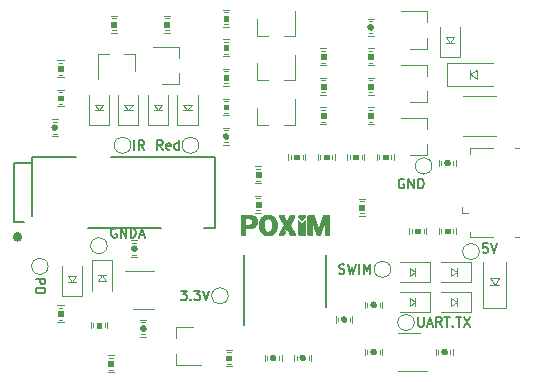
<source format=gbr>
%TF.GenerationSoftware,KiCad,Pcbnew,(5.1.0-0)*%
%TF.CreationDate,2020-07-09T23:17:02+02:00*%
%TF.ProjectId,POxiM-wristcomputer,504f7869-4d2d-4777-9269-7374636f6d70,A*%
%TF.SameCoordinates,Original*%
%TF.FileFunction,Legend,Top*%
%TF.FilePolarity,Positive*%
%FSLAX46Y46*%
G04 Gerber Fmt 4.6, Leading zero omitted, Abs format (unit mm)*
G04 Created by KiCad (PCBNEW (5.1.0-0)) date 2020-07-09 23:17:02*
%MOMM*%
%LPD*%
G04 APERTURE LIST*
%ADD10C,0.150000*%
%ADD11C,0.010000*%
%ADD12C,0.120000*%
%ADD13C,0.127000*%
%ADD14C,0.400000*%
%ADD15C,0.100000*%
%ADD16C,0.160000*%
G04 APERTURE END LIST*
D10*
X83176309Y-139811904D02*
X83671547Y-139811904D01*
X83404880Y-140116666D01*
X83519166Y-140116666D01*
X83595357Y-140154761D01*
X83633452Y-140192857D01*
X83671547Y-140269047D01*
X83671547Y-140459523D01*
X83633452Y-140535714D01*
X83595357Y-140573809D01*
X83519166Y-140611904D01*
X83290595Y-140611904D01*
X83214404Y-140573809D01*
X83176309Y-140535714D01*
X84014404Y-140535714D02*
X84052500Y-140573809D01*
X84014404Y-140611904D01*
X83976309Y-140573809D01*
X84014404Y-140535714D01*
X84014404Y-140611904D01*
X84319166Y-139811904D02*
X84814404Y-139811904D01*
X84547738Y-140116666D01*
X84662023Y-140116666D01*
X84738214Y-140154761D01*
X84776309Y-140192857D01*
X84814404Y-140269047D01*
X84814404Y-140459523D01*
X84776309Y-140535714D01*
X84738214Y-140573809D01*
X84662023Y-140611904D01*
X84433452Y-140611904D01*
X84357261Y-140573809D01*
X84319166Y-140535714D01*
X85042976Y-139811904D02*
X85309642Y-140611904D01*
X85576309Y-139811904D01*
X77707023Y-134550000D02*
X77630833Y-134511904D01*
X77516547Y-134511904D01*
X77402261Y-134550000D01*
X77326071Y-134626190D01*
X77287976Y-134702380D01*
X77249880Y-134854761D01*
X77249880Y-134969047D01*
X77287976Y-135121428D01*
X77326071Y-135197619D01*
X77402261Y-135273809D01*
X77516547Y-135311904D01*
X77592738Y-135311904D01*
X77707023Y-135273809D01*
X77745119Y-135235714D01*
X77745119Y-134969047D01*
X77592738Y-134969047D01*
X78087976Y-135311904D02*
X78087976Y-134511904D01*
X78545119Y-135311904D01*
X78545119Y-134511904D01*
X78926071Y-135311904D02*
X78926071Y-134511904D01*
X79116547Y-134511904D01*
X79230833Y-134550000D01*
X79307023Y-134626190D01*
X79345119Y-134702380D01*
X79383214Y-134854761D01*
X79383214Y-134969047D01*
X79345119Y-135121428D01*
X79307023Y-135197619D01*
X79230833Y-135273809D01*
X79116547Y-135311904D01*
X78926071Y-135311904D01*
X79687976Y-135083333D02*
X80068928Y-135083333D01*
X79611785Y-135311904D02*
X79878452Y-134511904D01*
X80145119Y-135311904D01*
X70888095Y-138787976D02*
X71688095Y-138787976D01*
X71688095Y-139092738D01*
X71650000Y-139168928D01*
X71611904Y-139207023D01*
X71535714Y-139245119D01*
X71421428Y-139245119D01*
X71345238Y-139207023D01*
X71307142Y-139168928D01*
X71269047Y-139092738D01*
X71269047Y-138787976D01*
X70888095Y-139587976D02*
X71688095Y-139587976D01*
X71688095Y-139778452D01*
X71650000Y-139892738D01*
X71573809Y-139968928D01*
X71497619Y-140007023D01*
X71345238Y-140045119D01*
X71230952Y-140045119D01*
X71078571Y-140007023D01*
X71002380Y-139968928D01*
X70926190Y-139892738D01*
X70888095Y-139778452D01*
X70888095Y-139587976D01*
X79237976Y-127861904D02*
X79237976Y-127061904D01*
X80076071Y-127861904D02*
X79809404Y-127480952D01*
X79618928Y-127861904D02*
X79618928Y-127061904D01*
X79923690Y-127061904D01*
X79999880Y-127100000D01*
X80037976Y-127138095D01*
X80076071Y-127214285D01*
X80076071Y-127328571D01*
X80037976Y-127404761D01*
X79999880Y-127442857D01*
X79923690Y-127480952D01*
X79618928Y-127480952D01*
X81640595Y-127861904D02*
X81373928Y-127480952D01*
X81183452Y-127861904D02*
X81183452Y-127061904D01*
X81488214Y-127061904D01*
X81564404Y-127100000D01*
X81602500Y-127138095D01*
X81640595Y-127214285D01*
X81640595Y-127328571D01*
X81602500Y-127404761D01*
X81564404Y-127442857D01*
X81488214Y-127480952D01*
X81183452Y-127480952D01*
X82288214Y-127823809D02*
X82212023Y-127861904D01*
X82059642Y-127861904D01*
X81983452Y-127823809D01*
X81945357Y-127747619D01*
X81945357Y-127442857D01*
X81983452Y-127366666D01*
X82059642Y-127328571D01*
X82212023Y-127328571D01*
X82288214Y-127366666D01*
X82326309Y-127442857D01*
X82326309Y-127519047D01*
X81945357Y-127595238D01*
X83012023Y-127861904D02*
X83012023Y-127061904D01*
X83012023Y-127823809D02*
X82935833Y-127861904D01*
X82783452Y-127861904D01*
X82707261Y-127823809D01*
X82669166Y-127785714D01*
X82631071Y-127709523D01*
X82631071Y-127480952D01*
X82669166Y-127404761D01*
X82707261Y-127366666D01*
X82783452Y-127328571D01*
X82935833Y-127328571D01*
X83012023Y-127366666D01*
X96583452Y-138323809D02*
X96697738Y-138361904D01*
X96888214Y-138361904D01*
X96964404Y-138323809D01*
X97002500Y-138285714D01*
X97040595Y-138209523D01*
X97040595Y-138133333D01*
X97002500Y-138057142D01*
X96964404Y-138019047D01*
X96888214Y-137980952D01*
X96735833Y-137942857D01*
X96659642Y-137904761D01*
X96621547Y-137866666D01*
X96583452Y-137790476D01*
X96583452Y-137714285D01*
X96621547Y-137638095D01*
X96659642Y-137600000D01*
X96735833Y-137561904D01*
X96926309Y-137561904D01*
X97040595Y-137600000D01*
X97307261Y-137561904D02*
X97497738Y-138361904D01*
X97650119Y-137790476D01*
X97802500Y-138361904D01*
X97992976Y-137561904D01*
X98297738Y-138361904D02*
X98297738Y-137561904D01*
X98678690Y-138361904D02*
X98678690Y-137561904D01*
X98945357Y-138133333D01*
X99212023Y-137561904D01*
X99212023Y-138361904D01*
X103287976Y-142061904D02*
X103287976Y-142709523D01*
X103326071Y-142785714D01*
X103364166Y-142823809D01*
X103440357Y-142861904D01*
X103592738Y-142861904D01*
X103668928Y-142823809D01*
X103707023Y-142785714D01*
X103745119Y-142709523D01*
X103745119Y-142061904D01*
X104087976Y-142633333D02*
X104468928Y-142633333D01*
X104011785Y-142861904D02*
X104278452Y-142061904D01*
X104545119Y-142861904D01*
X105268928Y-142861904D02*
X105002261Y-142480952D01*
X104811785Y-142861904D02*
X104811785Y-142061904D01*
X105116547Y-142061904D01*
X105192738Y-142100000D01*
X105230833Y-142138095D01*
X105268928Y-142214285D01*
X105268928Y-142328571D01*
X105230833Y-142404761D01*
X105192738Y-142442857D01*
X105116547Y-142480952D01*
X104811785Y-142480952D01*
X105497500Y-142061904D02*
X105954642Y-142061904D01*
X105726071Y-142861904D02*
X105726071Y-142061904D01*
X106221309Y-142785714D02*
X106259404Y-142823809D01*
X106221309Y-142861904D01*
X106183214Y-142823809D01*
X106221309Y-142785714D01*
X106221309Y-142861904D01*
X106487976Y-142061904D02*
X106945119Y-142061904D01*
X106716547Y-142861904D02*
X106716547Y-142061904D01*
X107135595Y-142061904D02*
X107668928Y-142861904D01*
X107668928Y-142061904D02*
X107135595Y-142861904D01*
X102073928Y-130350000D02*
X101997738Y-130311904D01*
X101883452Y-130311904D01*
X101769166Y-130350000D01*
X101692976Y-130426190D01*
X101654880Y-130502380D01*
X101616785Y-130654761D01*
X101616785Y-130769047D01*
X101654880Y-130921428D01*
X101692976Y-130997619D01*
X101769166Y-131073809D01*
X101883452Y-131111904D01*
X101959642Y-131111904D01*
X102073928Y-131073809D01*
X102112023Y-131035714D01*
X102112023Y-130769047D01*
X101959642Y-130769047D01*
X102454880Y-131111904D02*
X102454880Y-130311904D01*
X102912023Y-131111904D01*
X102912023Y-130311904D01*
X103292976Y-131111904D02*
X103292976Y-130311904D01*
X103483452Y-130311904D01*
X103597738Y-130350000D01*
X103673928Y-130426190D01*
X103712023Y-130502380D01*
X103750119Y-130654761D01*
X103750119Y-130769047D01*
X103712023Y-130921428D01*
X103673928Y-130997619D01*
X103597738Y-131073809D01*
X103483452Y-131111904D01*
X103292976Y-131111904D01*
X109168928Y-135811904D02*
X108787976Y-135811904D01*
X108749880Y-136192857D01*
X108787976Y-136154761D01*
X108864166Y-136116666D01*
X109054642Y-136116666D01*
X109130833Y-136154761D01*
X109168928Y-136192857D01*
X109207023Y-136269047D01*
X109207023Y-136459523D01*
X109168928Y-136535714D01*
X109130833Y-136573809D01*
X109054642Y-136611904D01*
X108864166Y-136611904D01*
X108787976Y-136573809D01*
X108749880Y-136535714D01*
X109435595Y-135811904D02*
X109702261Y-136611904D01*
X109968928Y-135811904D01*
D11*
%TO.C,G\002A\002A\002A*%
G36*
X93299959Y-133384791D02*
G01*
X93328987Y-133394947D01*
X93354924Y-133410921D01*
X93376749Y-133431935D01*
X93393444Y-133457210D01*
X93403537Y-133484113D01*
X93408812Y-133505070D01*
X93411664Y-133491734D01*
X93420642Y-133465904D01*
X93435649Y-133440745D01*
X93455187Y-133418110D01*
X93477756Y-133399853D01*
X93492714Y-133391498D01*
X93510535Y-133385990D01*
X93532847Y-133383023D01*
X93556959Y-133382596D01*
X93580176Y-133384710D01*
X93599806Y-133389364D01*
X93605126Y-133391498D01*
X93624458Y-133403228D01*
X93643993Y-133419840D01*
X93661393Y-133439031D01*
X93674320Y-133458497D01*
X93675500Y-133460825D01*
X93680967Y-133473319D01*
X93684156Y-133484863D01*
X93685644Y-133498410D01*
X93686006Y-133514596D01*
X93685346Y-133532131D01*
X93682840Y-133547728D01*
X93677853Y-133562865D01*
X93669748Y-133579019D01*
X93657890Y-133597670D01*
X93641643Y-133620293D01*
X93639044Y-133623778D01*
X93631775Y-133632705D01*
X93620450Y-133645608D01*
X93605739Y-133661798D01*
X93588311Y-133680584D01*
X93568833Y-133701276D01*
X93547976Y-133723185D01*
X93526409Y-133745620D01*
X93504799Y-133767892D01*
X93483816Y-133789311D01*
X93464130Y-133809186D01*
X93446408Y-133826829D01*
X93431320Y-133841548D01*
X93419535Y-133852654D01*
X93411721Y-133859457D01*
X93408721Y-133861341D01*
X93405238Y-133858729D01*
X93397053Y-133851310D01*
X93384811Y-133839705D01*
X93369155Y-133824539D01*
X93350731Y-133806434D01*
X93330182Y-133786013D01*
X93313090Y-133768874D01*
X93276523Y-133731676D01*
X93245240Y-133698961D01*
X93218791Y-133670197D01*
X93196723Y-133644850D01*
X93178585Y-133622385D01*
X93163927Y-133602270D01*
X93152297Y-133583970D01*
X93144444Y-133569423D01*
X93137006Y-133553587D01*
X93132649Y-133541533D01*
X93130644Y-133530440D01*
X93130261Y-133517490D01*
X93130308Y-133514784D01*
X93134542Y-133483772D01*
X93145351Y-133455451D01*
X93161934Y-133430593D01*
X93183488Y-133409971D01*
X93209213Y-133394356D01*
X93238309Y-133384521D01*
X93268857Y-133381233D01*
X93299959Y-133384791D01*
X93299959Y-133384791D01*
G37*
X93299959Y-133384791D02*
X93328987Y-133394947D01*
X93354924Y-133410921D01*
X93376749Y-133431935D01*
X93393444Y-133457210D01*
X93403537Y-133484113D01*
X93408812Y-133505070D01*
X93411664Y-133491734D01*
X93420642Y-133465904D01*
X93435649Y-133440745D01*
X93455187Y-133418110D01*
X93477756Y-133399853D01*
X93492714Y-133391498D01*
X93510535Y-133385990D01*
X93532847Y-133383023D01*
X93556959Y-133382596D01*
X93580176Y-133384710D01*
X93599806Y-133389364D01*
X93605126Y-133391498D01*
X93624458Y-133403228D01*
X93643993Y-133419840D01*
X93661393Y-133439031D01*
X93674320Y-133458497D01*
X93675500Y-133460825D01*
X93680967Y-133473319D01*
X93684156Y-133484863D01*
X93685644Y-133498410D01*
X93686006Y-133514596D01*
X93685346Y-133532131D01*
X93682840Y-133547728D01*
X93677853Y-133562865D01*
X93669748Y-133579019D01*
X93657890Y-133597670D01*
X93641643Y-133620293D01*
X93639044Y-133623778D01*
X93631775Y-133632705D01*
X93620450Y-133645608D01*
X93605739Y-133661798D01*
X93588311Y-133680584D01*
X93568833Y-133701276D01*
X93547976Y-133723185D01*
X93526409Y-133745620D01*
X93504799Y-133767892D01*
X93483816Y-133789311D01*
X93464130Y-133809186D01*
X93446408Y-133826829D01*
X93431320Y-133841548D01*
X93419535Y-133852654D01*
X93411721Y-133859457D01*
X93408721Y-133861341D01*
X93405238Y-133858729D01*
X93397053Y-133851310D01*
X93384811Y-133839705D01*
X93369155Y-133824539D01*
X93350731Y-133806434D01*
X93330182Y-133786013D01*
X93313090Y-133768874D01*
X93276523Y-133731676D01*
X93245240Y-133698961D01*
X93218791Y-133670197D01*
X93196723Y-133644850D01*
X93178585Y-133622385D01*
X93163927Y-133602270D01*
X93152297Y-133583970D01*
X93144444Y-133569423D01*
X93137006Y-133553587D01*
X93132649Y-133541533D01*
X93130644Y-133530440D01*
X93130261Y-133517490D01*
X93130308Y-133514784D01*
X93134542Y-133483772D01*
X93145351Y-133455451D01*
X93161934Y-133430593D01*
X93183488Y-133409971D01*
X93209213Y-133394356D01*
X93238309Y-133384521D01*
X93268857Y-133381233D01*
X93299959Y-133384791D01*
G36*
X95566099Y-133377962D02*
G01*
X95591610Y-133378431D01*
X95612434Y-133379246D01*
X95629304Y-133380456D01*
X95642952Y-133382113D01*
X95654112Y-133384265D01*
X95663517Y-133386962D01*
X95671900Y-133390254D01*
X95678418Y-133393378D01*
X95700420Y-133408103D01*
X95720516Y-133428030D01*
X95736413Y-133450750D01*
X95740348Y-133458453D01*
X95751321Y-133482208D01*
X95751321Y-135017792D01*
X95740348Y-135041547D01*
X95723796Y-135068582D01*
X95701724Y-135090840D01*
X95675081Y-135107567D01*
X95644819Y-135118009D01*
X95643490Y-135118297D01*
X95631897Y-135119835D01*
X95614334Y-135121026D01*
X95592445Y-135121866D01*
X95567873Y-135122348D01*
X95542263Y-135122468D01*
X95517257Y-135122219D01*
X95494499Y-135121597D01*
X95475632Y-135120595D01*
X95462301Y-135119207D01*
X95460629Y-135118919D01*
X95429617Y-135109291D01*
X95402095Y-135093149D01*
X95378926Y-135071130D01*
X95361978Y-135045820D01*
X95351231Y-135025412D01*
X95350382Y-134832988D01*
X95350255Y-134800378D01*
X95350189Y-134770676D01*
X95350208Y-134743178D01*
X95350331Y-134717182D01*
X95350582Y-134691984D01*
X95350982Y-134666881D01*
X95351552Y-134641171D01*
X95352315Y-134614149D01*
X95353293Y-134585114D01*
X95354506Y-134553362D01*
X95355977Y-134518189D01*
X95357727Y-134478893D01*
X95359779Y-134434771D01*
X95362153Y-134385119D01*
X95364872Y-134329234D01*
X95367828Y-134269052D01*
X95370384Y-134216499D01*
X95372773Y-134166092D01*
X95374975Y-134118353D01*
X95376967Y-134073804D01*
X95378728Y-134032966D01*
X95380238Y-133996362D01*
X95381475Y-133964513D01*
X95382418Y-133937943D01*
X95383045Y-133917173D01*
X95383335Y-133902725D01*
X95383268Y-133895121D01*
X95383107Y-133894061D01*
X95379911Y-133894674D01*
X95376199Y-133900849D01*
X95375904Y-133901598D01*
X95374219Y-133906392D01*
X95370210Y-133918002D01*
X95364011Y-133936033D01*
X95355757Y-133960087D01*
X95345586Y-133989769D01*
X95333631Y-134024683D01*
X95320029Y-134064433D01*
X95304914Y-134108621D01*
X95288423Y-134156853D01*
X95270692Y-134208732D01*
X95251855Y-134263861D01*
X95232048Y-134321845D01*
X95211406Y-134382288D01*
X95190066Y-134444792D01*
X95179197Y-134476634D01*
X95152055Y-134556095D01*
X95127248Y-134628598D01*
X95104683Y-134694408D01*
X95084267Y-134753792D01*
X95065905Y-134807014D01*
X95049504Y-134854340D01*
X95034971Y-134896035D01*
X95022213Y-134932366D01*
X95011135Y-134963596D01*
X95001645Y-134989993D01*
X94993650Y-135011821D01*
X94987055Y-135029346D01*
X94981767Y-135042833D01*
X94977693Y-135052548D01*
X94974739Y-135058756D01*
X94973645Y-135060641D01*
X94955046Y-135082818D01*
X94931381Y-135101227D01*
X94905416Y-135113909D01*
X94896649Y-135116514D01*
X94886390Y-135118381D01*
X94873271Y-135119620D01*
X94855924Y-135120337D01*
X94832981Y-135120641D01*
X94819682Y-135120672D01*
X94795540Y-135120630D01*
X94777579Y-135120389D01*
X94764357Y-135119773D01*
X94754436Y-135118609D01*
X94746375Y-135116722D01*
X94738734Y-135113937D01*
X94730072Y-135110081D01*
X94729291Y-135109720D01*
X94710879Y-135098898D01*
X94692373Y-135084099D01*
X94676040Y-135067415D01*
X94664144Y-135050943D01*
X94662594Y-135048054D01*
X94660752Y-135043235D01*
X94656598Y-135031597D01*
X94650268Y-135013535D01*
X94641897Y-134989447D01*
X94631623Y-134959729D01*
X94619581Y-134924777D01*
X94605908Y-134884990D01*
X94590739Y-134840763D01*
X94574210Y-134792493D01*
X94556459Y-134740577D01*
X94537621Y-134685412D01*
X94517831Y-134627394D01*
X94497227Y-134566920D01*
X94475944Y-134504387D01*
X94465239Y-134472907D01*
X94443719Y-134409647D01*
X94422840Y-134348337D01*
X94402734Y-134289367D01*
X94383536Y-134233126D01*
X94365380Y-134180004D01*
X94348398Y-134130391D01*
X94332726Y-134084677D01*
X94318497Y-134043251D01*
X94305844Y-134006503D01*
X94294901Y-133974823D01*
X94285802Y-133948600D01*
X94278682Y-133928223D01*
X94273673Y-133914084D01*
X94270910Y-133906571D01*
X94270406Y-133905414D01*
X94266361Y-133903258D01*
X94265489Y-133903673D01*
X94265420Y-133907650D01*
X94265711Y-133918729D01*
X94266338Y-133936402D01*
X94267280Y-133960161D01*
X94268515Y-133989495D01*
X94270018Y-134023898D01*
X94271769Y-134062860D01*
X94273744Y-134105872D01*
X94275922Y-134152426D01*
X94278279Y-134202012D01*
X94280793Y-134254124D01*
X94282647Y-134292078D01*
X94285783Y-134356174D01*
X94288552Y-134413317D01*
X94290975Y-134464164D01*
X94293072Y-134509373D01*
X94294866Y-134549603D01*
X94296377Y-134585510D01*
X94297626Y-134617752D01*
X94298635Y-134646987D01*
X94299424Y-134673874D01*
X94300015Y-134699068D01*
X94300429Y-134723229D01*
X94300687Y-134747014D01*
X94300811Y-134771080D01*
X94300821Y-134796086D01*
X94300738Y-134822688D01*
X94300593Y-134850135D01*
X94300340Y-134890777D01*
X94300089Y-134924525D01*
X94299803Y-134952107D01*
X94299445Y-134974250D01*
X94298980Y-134991681D01*
X94298372Y-135005127D01*
X94297583Y-135015316D01*
X94296577Y-135022974D01*
X94295318Y-135028829D01*
X94293770Y-135033608D01*
X94291896Y-135038039D01*
X94291113Y-135039735D01*
X94280195Y-135057924D01*
X94265047Y-135076333D01*
X94247896Y-135092606D01*
X94230970Y-135104382D01*
X94229149Y-135105337D01*
X94214560Y-135111472D01*
X94197970Y-135116775D01*
X94191735Y-135118293D01*
X94180971Y-135119672D01*
X94164177Y-135120744D01*
X94142940Y-135121505D01*
X94118843Y-135121953D01*
X94093473Y-135122086D01*
X94068414Y-135121899D01*
X94045252Y-135121392D01*
X94025572Y-135120560D01*
X94010959Y-135119402D01*
X94005614Y-135118616D01*
X93978510Y-135109622D01*
X93952975Y-135094348D01*
X93930702Y-135074132D01*
X93913387Y-135050315D01*
X93909361Y-135042559D01*
X93899475Y-135021602D01*
X93899475Y-133478398D01*
X93909372Y-133457441D01*
X93925995Y-133431006D01*
X93948616Y-133408802D01*
X93976439Y-133391608D01*
X93976984Y-133391348D01*
X94002356Y-133379328D01*
X94179538Y-133379328D01*
X94220870Y-133379334D01*
X94255307Y-133379375D01*
X94283573Y-133379482D01*
X94306393Y-133379687D01*
X94324493Y-133380022D01*
X94338598Y-133380520D01*
X94349432Y-133381212D01*
X94357722Y-133382130D01*
X94364191Y-133383307D01*
X94369566Y-133384773D01*
X94374570Y-133386562D01*
X94378447Y-133388106D01*
X94401285Y-133400402D01*
X94422374Y-133417395D01*
X94439528Y-133437104D01*
X94447784Y-133450953D01*
X94449650Y-133456015D01*
X94453662Y-133467799D01*
X94459669Y-133485829D01*
X94467516Y-133509629D01*
X94477050Y-133538723D01*
X94488119Y-133572634D01*
X94500569Y-133610888D01*
X94514247Y-133653007D01*
X94528999Y-133698515D01*
X94544673Y-133746937D01*
X94561115Y-133797797D01*
X94578173Y-133850618D01*
X94595692Y-133904924D01*
X94613520Y-133960240D01*
X94631503Y-134016088D01*
X94649488Y-134071994D01*
X94667323Y-134127481D01*
X94684853Y-134182073D01*
X94701926Y-134235294D01*
X94718389Y-134286668D01*
X94734088Y-134335718D01*
X94748870Y-134381969D01*
X94762581Y-134424945D01*
X94775070Y-134464170D01*
X94786182Y-134499167D01*
X94795764Y-134529460D01*
X94803663Y-134554574D01*
X94809726Y-134574032D01*
X94813800Y-134587358D01*
X94815731Y-134594077D01*
X94815872Y-134594778D01*
X94818910Y-134596606D01*
X94820635Y-134596737D01*
X94822452Y-134593137D01*
X94826511Y-134582465D01*
X94832750Y-134564913D01*
X94841103Y-134540674D01*
X94851509Y-134509939D01*
X94863902Y-134472901D01*
X94878220Y-134429751D01*
X94894399Y-134380682D01*
X94912375Y-134325885D01*
X94932084Y-134265552D01*
X94953463Y-134199875D01*
X94976448Y-134129047D01*
X95000976Y-134053259D01*
X95006048Y-134037564D01*
X95026592Y-133974037D01*
X95046618Y-133912242D01*
X95065988Y-133852594D01*
X95084568Y-133795505D01*
X95102220Y-133741389D01*
X95118810Y-133690659D01*
X95134202Y-133643729D01*
X95148258Y-133601012D01*
X95160845Y-133562921D01*
X95171825Y-133529869D01*
X95181064Y-133502271D01*
X95188424Y-133480539D01*
X95193771Y-133465086D01*
X95196968Y-133456326D01*
X95197565Y-133454895D01*
X95212934Y-133430194D01*
X95234006Y-133408829D01*
X95259060Y-133392421D01*
X95268539Y-133388113D01*
X95273981Y-133385990D01*
X95279321Y-133384234D01*
X95285323Y-133382804D01*
X95292747Y-133381659D01*
X95302357Y-133380757D01*
X95314916Y-133380059D01*
X95331185Y-133379522D01*
X95351927Y-133379106D01*
X95377905Y-133378770D01*
X95409880Y-133378473D01*
X95448616Y-133378174D01*
X95454111Y-133378133D01*
X95498082Y-133377863D01*
X95535167Y-133377789D01*
X95566099Y-133377962D01*
X95566099Y-133377962D01*
G37*
X95566099Y-133377962D02*
X95591610Y-133378431D01*
X95612434Y-133379246D01*
X95629304Y-133380456D01*
X95642952Y-133382113D01*
X95654112Y-133384265D01*
X95663517Y-133386962D01*
X95671900Y-133390254D01*
X95678418Y-133393378D01*
X95700420Y-133408103D01*
X95720516Y-133428030D01*
X95736413Y-133450750D01*
X95740348Y-133458453D01*
X95751321Y-133482208D01*
X95751321Y-135017792D01*
X95740348Y-135041547D01*
X95723796Y-135068582D01*
X95701724Y-135090840D01*
X95675081Y-135107567D01*
X95644819Y-135118009D01*
X95643490Y-135118297D01*
X95631897Y-135119835D01*
X95614334Y-135121026D01*
X95592445Y-135121866D01*
X95567873Y-135122348D01*
X95542263Y-135122468D01*
X95517257Y-135122219D01*
X95494499Y-135121597D01*
X95475632Y-135120595D01*
X95462301Y-135119207D01*
X95460629Y-135118919D01*
X95429617Y-135109291D01*
X95402095Y-135093149D01*
X95378926Y-135071130D01*
X95361978Y-135045820D01*
X95351231Y-135025412D01*
X95350382Y-134832988D01*
X95350255Y-134800378D01*
X95350189Y-134770676D01*
X95350208Y-134743178D01*
X95350331Y-134717182D01*
X95350582Y-134691984D01*
X95350982Y-134666881D01*
X95351552Y-134641171D01*
X95352315Y-134614149D01*
X95353293Y-134585114D01*
X95354506Y-134553362D01*
X95355977Y-134518189D01*
X95357727Y-134478893D01*
X95359779Y-134434771D01*
X95362153Y-134385119D01*
X95364872Y-134329234D01*
X95367828Y-134269052D01*
X95370384Y-134216499D01*
X95372773Y-134166092D01*
X95374975Y-134118353D01*
X95376967Y-134073804D01*
X95378728Y-134032966D01*
X95380238Y-133996362D01*
X95381475Y-133964513D01*
X95382418Y-133937943D01*
X95383045Y-133917173D01*
X95383335Y-133902725D01*
X95383268Y-133895121D01*
X95383107Y-133894061D01*
X95379911Y-133894674D01*
X95376199Y-133900849D01*
X95375904Y-133901598D01*
X95374219Y-133906392D01*
X95370210Y-133918002D01*
X95364011Y-133936033D01*
X95355757Y-133960087D01*
X95345586Y-133989769D01*
X95333631Y-134024683D01*
X95320029Y-134064433D01*
X95304914Y-134108621D01*
X95288423Y-134156853D01*
X95270692Y-134208732D01*
X95251855Y-134263861D01*
X95232048Y-134321845D01*
X95211406Y-134382288D01*
X95190066Y-134444792D01*
X95179197Y-134476634D01*
X95152055Y-134556095D01*
X95127248Y-134628598D01*
X95104683Y-134694408D01*
X95084267Y-134753792D01*
X95065905Y-134807014D01*
X95049504Y-134854340D01*
X95034971Y-134896035D01*
X95022213Y-134932366D01*
X95011135Y-134963596D01*
X95001645Y-134989993D01*
X94993650Y-135011821D01*
X94987055Y-135029346D01*
X94981767Y-135042833D01*
X94977693Y-135052548D01*
X94974739Y-135058756D01*
X94973645Y-135060641D01*
X94955046Y-135082818D01*
X94931381Y-135101227D01*
X94905416Y-135113909D01*
X94896649Y-135116514D01*
X94886390Y-135118381D01*
X94873271Y-135119620D01*
X94855924Y-135120337D01*
X94832981Y-135120641D01*
X94819682Y-135120672D01*
X94795540Y-135120630D01*
X94777579Y-135120389D01*
X94764357Y-135119773D01*
X94754436Y-135118609D01*
X94746375Y-135116722D01*
X94738734Y-135113937D01*
X94730072Y-135110081D01*
X94729291Y-135109720D01*
X94710879Y-135098898D01*
X94692373Y-135084099D01*
X94676040Y-135067415D01*
X94664144Y-135050943D01*
X94662594Y-135048054D01*
X94660752Y-135043235D01*
X94656598Y-135031597D01*
X94650268Y-135013535D01*
X94641897Y-134989447D01*
X94631623Y-134959729D01*
X94619581Y-134924777D01*
X94605908Y-134884990D01*
X94590739Y-134840763D01*
X94574210Y-134792493D01*
X94556459Y-134740577D01*
X94537621Y-134685412D01*
X94517831Y-134627394D01*
X94497227Y-134566920D01*
X94475944Y-134504387D01*
X94465239Y-134472907D01*
X94443719Y-134409647D01*
X94422840Y-134348337D01*
X94402734Y-134289367D01*
X94383536Y-134233126D01*
X94365380Y-134180004D01*
X94348398Y-134130391D01*
X94332726Y-134084677D01*
X94318497Y-134043251D01*
X94305844Y-134006503D01*
X94294901Y-133974823D01*
X94285802Y-133948600D01*
X94278682Y-133928223D01*
X94273673Y-133914084D01*
X94270910Y-133906571D01*
X94270406Y-133905414D01*
X94266361Y-133903258D01*
X94265489Y-133903673D01*
X94265420Y-133907650D01*
X94265711Y-133918729D01*
X94266338Y-133936402D01*
X94267280Y-133960161D01*
X94268515Y-133989495D01*
X94270018Y-134023898D01*
X94271769Y-134062860D01*
X94273744Y-134105872D01*
X94275922Y-134152426D01*
X94278279Y-134202012D01*
X94280793Y-134254124D01*
X94282647Y-134292078D01*
X94285783Y-134356174D01*
X94288552Y-134413317D01*
X94290975Y-134464164D01*
X94293072Y-134509373D01*
X94294866Y-134549603D01*
X94296377Y-134585510D01*
X94297626Y-134617752D01*
X94298635Y-134646987D01*
X94299424Y-134673874D01*
X94300015Y-134699068D01*
X94300429Y-134723229D01*
X94300687Y-134747014D01*
X94300811Y-134771080D01*
X94300821Y-134796086D01*
X94300738Y-134822688D01*
X94300593Y-134850135D01*
X94300340Y-134890777D01*
X94300089Y-134924525D01*
X94299803Y-134952107D01*
X94299445Y-134974250D01*
X94298980Y-134991681D01*
X94298372Y-135005127D01*
X94297583Y-135015316D01*
X94296577Y-135022974D01*
X94295318Y-135028829D01*
X94293770Y-135033608D01*
X94291896Y-135038039D01*
X94291113Y-135039735D01*
X94280195Y-135057924D01*
X94265047Y-135076333D01*
X94247896Y-135092606D01*
X94230970Y-135104382D01*
X94229149Y-135105337D01*
X94214560Y-135111472D01*
X94197970Y-135116775D01*
X94191735Y-135118293D01*
X94180971Y-135119672D01*
X94164177Y-135120744D01*
X94142940Y-135121505D01*
X94118843Y-135121953D01*
X94093473Y-135122086D01*
X94068414Y-135121899D01*
X94045252Y-135121392D01*
X94025572Y-135120560D01*
X94010959Y-135119402D01*
X94005614Y-135118616D01*
X93978510Y-135109622D01*
X93952975Y-135094348D01*
X93930702Y-135074132D01*
X93913387Y-135050315D01*
X93909361Y-135042559D01*
X93899475Y-135021602D01*
X93899475Y-133478398D01*
X93909372Y-133457441D01*
X93925995Y-133431006D01*
X93948616Y-133408802D01*
X93976439Y-133391608D01*
X93976984Y-133391348D01*
X94002356Y-133379328D01*
X94179538Y-133379328D01*
X94220870Y-133379334D01*
X94255307Y-133379375D01*
X94283573Y-133379482D01*
X94306393Y-133379687D01*
X94324493Y-133380022D01*
X94338598Y-133380520D01*
X94349432Y-133381212D01*
X94357722Y-133382130D01*
X94364191Y-133383307D01*
X94369566Y-133384773D01*
X94374570Y-133386562D01*
X94378447Y-133388106D01*
X94401285Y-133400402D01*
X94422374Y-133417395D01*
X94439528Y-133437104D01*
X94447784Y-133450953D01*
X94449650Y-133456015D01*
X94453662Y-133467799D01*
X94459669Y-133485829D01*
X94467516Y-133509629D01*
X94477050Y-133538723D01*
X94488119Y-133572634D01*
X94500569Y-133610888D01*
X94514247Y-133653007D01*
X94528999Y-133698515D01*
X94544673Y-133746937D01*
X94561115Y-133797797D01*
X94578173Y-133850618D01*
X94595692Y-133904924D01*
X94613520Y-133960240D01*
X94631503Y-134016088D01*
X94649488Y-134071994D01*
X94667323Y-134127481D01*
X94684853Y-134182073D01*
X94701926Y-134235294D01*
X94718389Y-134286668D01*
X94734088Y-134335718D01*
X94748870Y-134381969D01*
X94762581Y-134424945D01*
X94775070Y-134464170D01*
X94786182Y-134499167D01*
X94795764Y-134529460D01*
X94803663Y-134554574D01*
X94809726Y-134574032D01*
X94813800Y-134587358D01*
X94815731Y-134594077D01*
X94815872Y-134594778D01*
X94818910Y-134596606D01*
X94820635Y-134596737D01*
X94822452Y-134593137D01*
X94826511Y-134582465D01*
X94832750Y-134564913D01*
X94841103Y-134540674D01*
X94851509Y-134509939D01*
X94863902Y-134472901D01*
X94878220Y-134429751D01*
X94894399Y-134380682D01*
X94912375Y-134325885D01*
X94932084Y-134265552D01*
X94953463Y-134199875D01*
X94976448Y-134129047D01*
X95000976Y-134053259D01*
X95006048Y-134037564D01*
X95026592Y-133974037D01*
X95046618Y-133912242D01*
X95065988Y-133852594D01*
X95084568Y-133795505D01*
X95102220Y-133741389D01*
X95118810Y-133690659D01*
X95134202Y-133643729D01*
X95148258Y-133601012D01*
X95160845Y-133562921D01*
X95171825Y-133529869D01*
X95181064Y-133502271D01*
X95188424Y-133480539D01*
X95193771Y-133465086D01*
X95196968Y-133456326D01*
X95197565Y-133454895D01*
X95212934Y-133430194D01*
X95234006Y-133408829D01*
X95259060Y-133392421D01*
X95268539Y-133388113D01*
X95273981Y-133385990D01*
X95279321Y-133384234D01*
X95285323Y-133382804D01*
X95292747Y-133381659D01*
X95302357Y-133380757D01*
X95314916Y-133380059D01*
X95331185Y-133379522D01*
X95351927Y-133379106D01*
X95377905Y-133378770D01*
X95409880Y-133378473D01*
X95448616Y-133378174D01*
X95454111Y-133378133D01*
X95498082Y-133377863D01*
X95535167Y-133377789D01*
X95566099Y-133377962D01*
G36*
X93265978Y-133982326D02*
G01*
X93407984Y-134124268D01*
X93501315Y-134030655D01*
X93525675Y-134006309D01*
X93550517Y-133981638D01*
X93574776Y-133957690D01*
X93597384Y-133935514D01*
X93617276Y-133916157D01*
X93633386Y-133900665D01*
X93639465Y-133894908D01*
X93684284Y-133852772D01*
X93682284Y-135021602D01*
X93673831Y-135039735D01*
X93662913Y-135057924D01*
X93647765Y-135076333D01*
X93630614Y-135092606D01*
X93613688Y-135104382D01*
X93611867Y-135105337D01*
X93603217Y-135109429D01*
X93594472Y-135112822D01*
X93584850Y-135115578D01*
X93573567Y-135117761D01*
X93559837Y-135119433D01*
X93542878Y-135120658D01*
X93521904Y-135121500D01*
X93496133Y-135122020D01*
X93464779Y-135122283D01*
X93427058Y-135122352D01*
X93401081Y-135122326D01*
X93360482Y-135122207D01*
X93326780Y-135121977D01*
X93299248Y-135121612D01*
X93277162Y-135121088D01*
X93259799Y-135120380D01*
X93246432Y-135119464D01*
X93236337Y-135118316D01*
X93228791Y-135116911D01*
X93227036Y-135116469D01*
X93196919Y-135104641D01*
X93170987Y-135086776D01*
X93149996Y-135063538D01*
X93134706Y-135035592D01*
X93134668Y-135035499D01*
X93125968Y-135013981D01*
X93124969Y-134427182D01*
X93123971Y-133840384D01*
X93265978Y-133982326D01*
X93265978Y-133982326D01*
G37*
X93265978Y-133982326D02*
X93407984Y-134124268D01*
X93501315Y-134030655D01*
X93525675Y-134006309D01*
X93550517Y-133981638D01*
X93574776Y-133957690D01*
X93597384Y-133935514D01*
X93617276Y-133916157D01*
X93633386Y-133900665D01*
X93639465Y-133894908D01*
X93684284Y-133852772D01*
X93682284Y-135021602D01*
X93673831Y-135039735D01*
X93662913Y-135057924D01*
X93647765Y-135076333D01*
X93630614Y-135092606D01*
X93613688Y-135104382D01*
X93611867Y-135105337D01*
X93603217Y-135109429D01*
X93594472Y-135112822D01*
X93584850Y-135115578D01*
X93573567Y-135117761D01*
X93559837Y-135119433D01*
X93542878Y-135120658D01*
X93521904Y-135121500D01*
X93496133Y-135122020D01*
X93464779Y-135122283D01*
X93427058Y-135122352D01*
X93401081Y-135122326D01*
X93360482Y-135122207D01*
X93326780Y-135121977D01*
X93299248Y-135121612D01*
X93277162Y-135121088D01*
X93259799Y-135120380D01*
X93246432Y-135119464D01*
X93236337Y-135118316D01*
X93228791Y-135116911D01*
X93227036Y-135116469D01*
X93196919Y-135104641D01*
X93170987Y-135086776D01*
X93149996Y-135063538D01*
X93134706Y-135035592D01*
X93134668Y-135035499D01*
X93125968Y-135013981D01*
X93124969Y-134427182D01*
X93123971Y-133840384D01*
X93265978Y-133982326D01*
G36*
X92717183Y-133389540D02*
G01*
X92743940Y-133405802D01*
X92766747Y-133427120D01*
X92784047Y-133451965D01*
X92787286Y-133458453D01*
X92793042Y-133472179D01*
X92796379Y-133484352D01*
X92797912Y-133498122D01*
X92798258Y-133514596D01*
X92797905Y-133532022D01*
X92796391Y-133544959D01*
X92793069Y-133556520D01*
X92787292Y-133569820D01*
X92786368Y-133571752D01*
X92782782Y-133578550D01*
X92775655Y-133591448D01*
X92765270Y-133609956D01*
X92751907Y-133633579D01*
X92735847Y-133661826D01*
X92717372Y-133694203D01*
X92696763Y-133730220D01*
X92674301Y-133769382D01*
X92650267Y-133811198D01*
X92624943Y-133855175D01*
X92598609Y-133900821D01*
X92587714Y-133919681D01*
X92400967Y-134242843D01*
X92611368Y-134586945D01*
X92644889Y-134641858D01*
X92676143Y-134693242D01*
X92704956Y-134740803D01*
X92731154Y-134784250D01*
X92754562Y-134823288D01*
X92775007Y-134857626D01*
X92792313Y-134886970D01*
X92806306Y-134911027D01*
X92816812Y-134929504D01*
X92823657Y-134942109D01*
X92826666Y-134948548D01*
X92826716Y-134948716D01*
X92829491Y-134965146D01*
X92830218Y-134985585D01*
X92829849Y-134994652D01*
X92824269Y-135026345D01*
X92811990Y-135054576D01*
X92793298Y-135078934D01*
X92768478Y-135099008D01*
X92750646Y-135108880D01*
X92725878Y-135120672D01*
X92628899Y-135121969D01*
X92592646Y-135122289D01*
X92563000Y-135122107D01*
X92538958Y-135121317D01*
X92519517Y-135119811D01*
X92503673Y-135117481D01*
X92490424Y-135114220D01*
X92478766Y-135109920D01*
X92468152Y-135104722D01*
X92462130Y-135101422D01*
X92456555Y-135098109D01*
X92451219Y-135094414D01*
X92445916Y-135089964D01*
X92440438Y-135084390D01*
X92434579Y-135077321D01*
X92428130Y-135068386D01*
X92420886Y-135057215D01*
X92412638Y-135043437D01*
X92403181Y-135026682D01*
X92392306Y-135006579D01*
X92379806Y-134982757D01*
X92365475Y-134954846D01*
X92349106Y-134922476D01*
X92330491Y-134885275D01*
X92309423Y-134842873D01*
X92285695Y-134794900D01*
X92259100Y-134740984D01*
X92229431Y-134680756D01*
X92216206Y-134653900D01*
X92151472Y-134522442D01*
X92017076Y-134793082D01*
X91991526Y-134844531D01*
X91969099Y-134889614D01*
X91949518Y-134928788D01*
X91932505Y-134962507D01*
X91917784Y-134991228D01*
X91905076Y-135015405D01*
X91894105Y-135035494D01*
X91884593Y-135051950D01*
X91876263Y-135065228D01*
X91868837Y-135075784D01*
X91862039Y-135084072D01*
X91855591Y-135090549D01*
X91849215Y-135095669D01*
X91842634Y-135099888D01*
X91835572Y-135103660D01*
X91827750Y-135107442D01*
X91824723Y-135108880D01*
X91799955Y-135120672D01*
X91706601Y-135121374D01*
X91679662Y-135121433D01*
X91654361Y-135121217D01*
X91631989Y-135120761D01*
X91613835Y-135120095D01*
X91601190Y-135119252D01*
X91596602Y-135118638D01*
X91568157Y-135109003D01*
X91542204Y-135092872D01*
X91520044Y-135071278D01*
X91502976Y-135045252D01*
X91502220Y-135043730D01*
X91494028Y-135020577D01*
X91489927Y-134994593D01*
X91490086Y-134968572D01*
X91494676Y-134945303D01*
X91496000Y-134941584D01*
X91498924Y-134935678D01*
X91505431Y-134923666D01*
X91515251Y-134906017D01*
X91528116Y-134883200D01*
X91543757Y-134855686D01*
X91561905Y-134823943D01*
X91582291Y-134788442D01*
X91604647Y-134749651D01*
X91628703Y-134708041D01*
X91654191Y-134664080D01*
X91680841Y-134618239D01*
X91698916Y-134587218D01*
X91726023Y-134540703D01*
X91752049Y-134495979D01*
X91776735Y-134453495D01*
X91799823Y-134413698D01*
X91821056Y-134377034D01*
X91840174Y-134343951D01*
X91856919Y-134314896D01*
X91871034Y-134290316D01*
X91882260Y-134270658D01*
X91890340Y-134256370D01*
X91895014Y-134247898D01*
X91896123Y-134245662D01*
X91894491Y-134241511D01*
X91889256Y-134231185D01*
X91880646Y-134215091D01*
X91868894Y-134193642D01*
X91854228Y-134167245D01*
X91836879Y-134136312D01*
X91817078Y-134101252D01*
X91795055Y-134062474D01*
X91771040Y-134020390D01*
X91745263Y-133975407D01*
X91717954Y-133927937D01*
X91705167Y-133905769D01*
X91678214Y-133859001D01*
X91652258Y-133813801D01*
X91627565Y-133770644D01*
X91604401Y-133730001D01*
X91583033Y-133692346D01*
X91563728Y-133658151D01*
X91546752Y-133627891D01*
X91532372Y-133602038D01*
X91520854Y-133581065D01*
X91512465Y-133565445D01*
X91507472Y-133555651D01*
X91506203Y-133552724D01*
X91501977Y-133531053D01*
X91501593Y-133506182D01*
X91504866Y-133481380D01*
X91511441Y-133460295D01*
X91523968Y-133439279D01*
X91541788Y-133418961D01*
X91562719Y-133401512D01*
X91581916Y-133390279D01*
X91605626Y-133379328D01*
X91706601Y-133379406D01*
X91738098Y-133379493D01*
X91762956Y-133379738D01*
X91782155Y-133380196D01*
X91796678Y-133380920D01*
X91807506Y-133381965D01*
X91815619Y-133383385D01*
X91821998Y-133385236D01*
X91823812Y-133385919D01*
X91845334Y-133396654D01*
X91865428Y-133410641D01*
X91881453Y-133425956D01*
X91885173Y-133430660D01*
X91888499Y-133436397D01*
X91894823Y-133448440D01*
X91903861Y-133466213D01*
X91915330Y-133489144D01*
X91928947Y-133516659D01*
X91944430Y-133548183D01*
X91961496Y-133583143D01*
X91979862Y-133620966D01*
X91999244Y-133661077D01*
X92018840Y-133701817D01*
X92038731Y-133743233D01*
X92057695Y-133782655D01*
X92075470Y-133819543D01*
X92091795Y-133853357D01*
X92106406Y-133883557D01*
X92119043Y-133909601D01*
X92129444Y-133930950D01*
X92137346Y-133947062D01*
X92142489Y-133957397D01*
X92144609Y-133961416D01*
X92144623Y-133961432D01*
X92146659Y-133958563D01*
X92151751Y-133949351D01*
X92159640Y-133934313D01*
X92170063Y-133913968D01*
X92182763Y-133888834D01*
X92197477Y-133859428D01*
X92213947Y-133826270D01*
X92231911Y-133789876D01*
X92251110Y-133750765D01*
X92271284Y-133709456D01*
X92274607Y-133702630D01*
X92298347Y-133653878D01*
X92319024Y-133611493D01*
X92336897Y-133574982D01*
X92352223Y-133543854D01*
X92365261Y-133517616D01*
X92376269Y-133495776D01*
X92385507Y-133477842D01*
X92393233Y-133463321D01*
X92399704Y-133451723D01*
X92405179Y-133442553D01*
X92409917Y-133435321D01*
X92414176Y-133429534D01*
X92418215Y-133424700D01*
X92422291Y-133420327D01*
X92423468Y-133419125D01*
X92444479Y-133400920D01*
X92465856Y-133388928D01*
X92467287Y-133388338D01*
X92474253Y-133385645D01*
X92480875Y-133383549D01*
X92488196Y-133381976D01*
X92497257Y-133380852D01*
X92509097Y-133380100D01*
X92524760Y-133379647D01*
X92545285Y-133379418D01*
X92571715Y-133379336D01*
X92592515Y-133379328D01*
X92695395Y-133379328D01*
X92717183Y-133389540D01*
X92717183Y-133389540D01*
G37*
X92717183Y-133389540D02*
X92743940Y-133405802D01*
X92766747Y-133427120D01*
X92784047Y-133451965D01*
X92787286Y-133458453D01*
X92793042Y-133472179D01*
X92796379Y-133484352D01*
X92797912Y-133498122D01*
X92798258Y-133514596D01*
X92797905Y-133532022D01*
X92796391Y-133544959D01*
X92793069Y-133556520D01*
X92787292Y-133569820D01*
X92786368Y-133571752D01*
X92782782Y-133578550D01*
X92775655Y-133591448D01*
X92765270Y-133609956D01*
X92751907Y-133633579D01*
X92735847Y-133661826D01*
X92717372Y-133694203D01*
X92696763Y-133730220D01*
X92674301Y-133769382D01*
X92650267Y-133811198D01*
X92624943Y-133855175D01*
X92598609Y-133900821D01*
X92587714Y-133919681D01*
X92400967Y-134242843D01*
X92611368Y-134586945D01*
X92644889Y-134641858D01*
X92676143Y-134693242D01*
X92704956Y-134740803D01*
X92731154Y-134784250D01*
X92754562Y-134823288D01*
X92775007Y-134857626D01*
X92792313Y-134886970D01*
X92806306Y-134911027D01*
X92816812Y-134929504D01*
X92823657Y-134942109D01*
X92826666Y-134948548D01*
X92826716Y-134948716D01*
X92829491Y-134965146D01*
X92830218Y-134985585D01*
X92829849Y-134994652D01*
X92824269Y-135026345D01*
X92811990Y-135054576D01*
X92793298Y-135078934D01*
X92768478Y-135099008D01*
X92750646Y-135108880D01*
X92725878Y-135120672D01*
X92628899Y-135121969D01*
X92592646Y-135122289D01*
X92563000Y-135122107D01*
X92538958Y-135121317D01*
X92519517Y-135119811D01*
X92503673Y-135117481D01*
X92490424Y-135114220D01*
X92478766Y-135109920D01*
X92468152Y-135104722D01*
X92462130Y-135101422D01*
X92456555Y-135098109D01*
X92451219Y-135094414D01*
X92445916Y-135089964D01*
X92440438Y-135084390D01*
X92434579Y-135077321D01*
X92428130Y-135068386D01*
X92420886Y-135057215D01*
X92412638Y-135043437D01*
X92403181Y-135026682D01*
X92392306Y-135006579D01*
X92379806Y-134982757D01*
X92365475Y-134954846D01*
X92349106Y-134922476D01*
X92330491Y-134885275D01*
X92309423Y-134842873D01*
X92285695Y-134794900D01*
X92259100Y-134740984D01*
X92229431Y-134680756D01*
X92216206Y-134653900D01*
X92151472Y-134522442D01*
X92017076Y-134793082D01*
X91991526Y-134844531D01*
X91969099Y-134889614D01*
X91949518Y-134928788D01*
X91932505Y-134962507D01*
X91917784Y-134991228D01*
X91905076Y-135015405D01*
X91894105Y-135035494D01*
X91884593Y-135051950D01*
X91876263Y-135065228D01*
X91868837Y-135075784D01*
X91862039Y-135084072D01*
X91855591Y-135090549D01*
X91849215Y-135095669D01*
X91842634Y-135099888D01*
X91835572Y-135103660D01*
X91827750Y-135107442D01*
X91824723Y-135108880D01*
X91799955Y-135120672D01*
X91706601Y-135121374D01*
X91679662Y-135121433D01*
X91654361Y-135121217D01*
X91631989Y-135120761D01*
X91613835Y-135120095D01*
X91601190Y-135119252D01*
X91596602Y-135118638D01*
X91568157Y-135109003D01*
X91542204Y-135092872D01*
X91520044Y-135071278D01*
X91502976Y-135045252D01*
X91502220Y-135043730D01*
X91494028Y-135020577D01*
X91489927Y-134994593D01*
X91490086Y-134968572D01*
X91494676Y-134945303D01*
X91496000Y-134941584D01*
X91498924Y-134935678D01*
X91505431Y-134923666D01*
X91515251Y-134906017D01*
X91528116Y-134883200D01*
X91543757Y-134855686D01*
X91561905Y-134823943D01*
X91582291Y-134788442D01*
X91604647Y-134749651D01*
X91628703Y-134708041D01*
X91654191Y-134664080D01*
X91680841Y-134618239D01*
X91698916Y-134587218D01*
X91726023Y-134540703D01*
X91752049Y-134495979D01*
X91776735Y-134453495D01*
X91799823Y-134413698D01*
X91821056Y-134377034D01*
X91840174Y-134343951D01*
X91856919Y-134314896D01*
X91871034Y-134290316D01*
X91882260Y-134270658D01*
X91890340Y-134256370D01*
X91895014Y-134247898D01*
X91896123Y-134245662D01*
X91894491Y-134241511D01*
X91889256Y-134231185D01*
X91880646Y-134215091D01*
X91868894Y-134193642D01*
X91854228Y-134167245D01*
X91836879Y-134136312D01*
X91817078Y-134101252D01*
X91795055Y-134062474D01*
X91771040Y-134020390D01*
X91745263Y-133975407D01*
X91717954Y-133927937D01*
X91705167Y-133905769D01*
X91678214Y-133859001D01*
X91652258Y-133813801D01*
X91627565Y-133770644D01*
X91604401Y-133730001D01*
X91583033Y-133692346D01*
X91563728Y-133658151D01*
X91546752Y-133627891D01*
X91532372Y-133602038D01*
X91520854Y-133581065D01*
X91512465Y-133565445D01*
X91507472Y-133555651D01*
X91506203Y-133552724D01*
X91501977Y-133531053D01*
X91501593Y-133506182D01*
X91504866Y-133481380D01*
X91511441Y-133460295D01*
X91523968Y-133439279D01*
X91541788Y-133418961D01*
X91562719Y-133401512D01*
X91581916Y-133390279D01*
X91605626Y-133379328D01*
X91706601Y-133379406D01*
X91738098Y-133379493D01*
X91762956Y-133379738D01*
X91782155Y-133380196D01*
X91796678Y-133380920D01*
X91807506Y-133381965D01*
X91815619Y-133383385D01*
X91821998Y-133385236D01*
X91823812Y-133385919D01*
X91845334Y-133396654D01*
X91865428Y-133410641D01*
X91881453Y-133425956D01*
X91885173Y-133430660D01*
X91888499Y-133436397D01*
X91894823Y-133448440D01*
X91903861Y-133466213D01*
X91915330Y-133489144D01*
X91928947Y-133516659D01*
X91944430Y-133548183D01*
X91961496Y-133583143D01*
X91979862Y-133620966D01*
X91999244Y-133661077D01*
X92018840Y-133701817D01*
X92038731Y-133743233D01*
X92057695Y-133782655D01*
X92075470Y-133819543D01*
X92091795Y-133853357D01*
X92106406Y-133883557D01*
X92119043Y-133909601D01*
X92129444Y-133930950D01*
X92137346Y-133947062D01*
X92142489Y-133957397D01*
X92144609Y-133961416D01*
X92144623Y-133961432D01*
X92146659Y-133958563D01*
X92151751Y-133949351D01*
X92159640Y-133934313D01*
X92170063Y-133913968D01*
X92182763Y-133888834D01*
X92197477Y-133859428D01*
X92213947Y-133826270D01*
X92231911Y-133789876D01*
X92251110Y-133750765D01*
X92271284Y-133709456D01*
X92274607Y-133702630D01*
X92298347Y-133653878D01*
X92319024Y-133611493D01*
X92336897Y-133574982D01*
X92352223Y-133543854D01*
X92365261Y-133517616D01*
X92376269Y-133495776D01*
X92385507Y-133477842D01*
X92393233Y-133463321D01*
X92399704Y-133451723D01*
X92405179Y-133442553D01*
X92409917Y-133435321D01*
X92414176Y-133429534D01*
X92418215Y-133424700D01*
X92422291Y-133420327D01*
X92423468Y-133419125D01*
X92444479Y-133400920D01*
X92465856Y-133388928D01*
X92467287Y-133388338D01*
X92474253Y-133385645D01*
X92480875Y-133383549D01*
X92488196Y-133381976D01*
X92497257Y-133380852D01*
X92509097Y-133380100D01*
X92524760Y-133379647D01*
X92545285Y-133379418D01*
X92571715Y-133379336D01*
X92592515Y-133379328D01*
X92695395Y-133379328D01*
X92717183Y-133389540D01*
G36*
X90605445Y-133378833D02*
G01*
X90682389Y-133385664D01*
X90756079Y-133399231D01*
X90826380Y-133419481D01*
X90893156Y-133446359D01*
X90956271Y-133479814D01*
X91015590Y-133519790D01*
X91070977Y-133566235D01*
X91115164Y-133611093D01*
X91161082Y-133667462D01*
X91200470Y-133727742D01*
X91233302Y-133791868D01*
X91259548Y-133859777D01*
X91279183Y-133931401D01*
X91292177Y-134006678D01*
X91294840Y-134030612D01*
X91295836Y-134045225D01*
X91296687Y-134066426D01*
X91297393Y-134093181D01*
X91297955Y-134124459D01*
X91298371Y-134159227D01*
X91298644Y-134196453D01*
X91298771Y-134235105D01*
X91298754Y-134274151D01*
X91298592Y-134312558D01*
X91298286Y-134349293D01*
X91297834Y-134383326D01*
X91297238Y-134413623D01*
X91296498Y-134439152D01*
X91295612Y-134458881D01*
X91294840Y-134469387D01*
X91283895Y-134546423D01*
X91266431Y-134619518D01*
X91242432Y-134688700D01*
X91211886Y-134753996D01*
X91174779Y-134815434D01*
X91131097Y-134873039D01*
X91080827Y-134926840D01*
X91052111Y-134953293D01*
X90998301Y-134995416D01*
X90939828Y-135031708D01*
X90877056Y-135062068D01*
X90810347Y-135086392D01*
X90740066Y-135104577D01*
X90666575Y-135116522D01*
X90590240Y-135122123D01*
X90511422Y-135121279D01*
X90468227Y-135118131D01*
X90393857Y-135107524D01*
X90322308Y-135090082D01*
X90253925Y-135065991D01*
X90189050Y-135035439D01*
X90128029Y-134998613D01*
X90071204Y-134955701D01*
X90018920Y-134906889D01*
X89971520Y-134852364D01*
X89965395Y-134844419D01*
X89924533Y-134784456D01*
X89890374Y-134720947D01*
X89862891Y-134653826D01*
X89842058Y-134583025D01*
X89827848Y-134508478D01*
X89826230Y-134496527D01*
X89824696Y-134480096D01*
X89823378Y-134457062D01*
X89822276Y-134428417D01*
X89821389Y-134395152D01*
X89820717Y-134358259D01*
X89820260Y-134318732D01*
X89820018Y-134277562D01*
X89820006Y-134259280D01*
X90221078Y-134259280D01*
X90221115Y-134311143D01*
X90221744Y-134356703D01*
X90222997Y-134396611D01*
X90224903Y-134431517D01*
X90227497Y-134462069D01*
X90230808Y-134488919D01*
X90234868Y-134512717D01*
X90237343Y-134524347D01*
X90252771Y-134578854D01*
X90272877Y-134628234D01*
X90297439Y-134672218D01*
X90326233Y-134710538D01*
X90359036Y-134742923D01*
X90395625Y-134769106D01*
X90435777Y-134788818D01*
X90464633Y-134798289D01*
X90480377Y-134802449D01*
X90492883Y-134805424D01*
X90503945Y-134807384D01*
X90515354Y-134808501D01*
X90528905Y-134808948D01*
X90546388Y-134808897D01*
X90569597Y-134808518D01*
X90571108Y-134808490D01*
X90594338Y-134807965D01*
X90611893Y-134807180D01*
X90625716Y-134805863D01*
X90637752Y-134803739D01*
X90649945Y-134800536D01*
X90664241Y-134795981D01*
X90667232Y-134794981D01*
X90709728Y-134776800D01*
X90748345Y-134752164D01*
X90782921Y-134721271D01*
X90813293Y-134684317D01*
X90839299Y-134641502D01*
X90860777Y-134593023D01*
X90877565Y-134539077D01*
X90877705Y-134538525D01*
X90881465Y-134522948D01*
X90884646Y-134507824D01*
X90887294Y-134492366D01*
X90889457Y-134475784D01*
X90891181Y-134457289D01*
X90892514Y-134436093D01*
X90893503Y-134411406D01*
X90894196Y-134382440D01*
X90894639Y-134348405D01*
X90894880Y-134308513D01*
X90894966Y-134261975D01*
X90894968Y-134250000D01*
X90894912Y-134201760D01*
X90894710Y-134160353D01*
X90894318Y-134124992D01*
X90893687Y-134094889D01*
X90892770Y-134069258D01*
X90891522Y-134047311D01*
X90889895Y-134028262D01*
X90887843Y-134011322D01*
X90885318Y-133995706D01*
X90882274Y-133980625D01*
X90878664Y-133965293D01*
X90877836Y-133961992D01*
X90861037Y-133907872D01*
X90839493Y-133859239D01*
X90813360Y-133816272D01*
X90782796Y-133779154D01*
X90747956Y-133748066D01*
X90708995Y-133723190D01*
X90666072Y-133704706D01*
X90652859Y-133700555D01*
X90640396Y-133697208D01*
X90628695Y-133694831D01*
X90616053Y-133693268D01*
X90600766Y-133692365D01*
X90581132Y-133691967D01*
X90557771Y-133691914D01*
X90527087Y-133692331D01*
X90502177Y-133693666D01*
X90481216Y-133696261D01*
X90462380Y-133700455D01*
X90443845Y-133706589D01*
X90423786Y-133715003D01*
X90416787Y-133718214D01*
X90379353Y-133739786D01*
X90344993Y-133768001D01*
X90314099Y-133802366D01*
X90287065Y-133842391D01*
X90264282Y-133887584D01*
X90249090Y-133928023D01*
X90243209Y-133947061D01*
X90238273Y-133965345D01*
X90234189Y-133983794D01*
X90230864Y-134003327D01*
X90228206Y-134024861D01*
X90226122Y-134049315D01*
X90224520Y-134077608D01*
X90223306Y-134110659D01*
X90222389Y-134149385D01*
X90221675Y-134194706D01*
X90221601Y-134200465D01*
X90221078Y-134259280D01*
X89820006Y-134259280D01*
X89819990Y-134235740D01*
X89820176Y-134194260D01*
X89820577Y-134154114D01*
X89821191Y-134116293D01*
X89822020Y-134081790D01*
X89823062Y-134051597D01*
X89824317Y-134026706D01*
X89825786Y-134008110D01*
X89826324Y-134003473D01*
X89839620Y-133928853D01*
X89859553Y-133857481D01*
X89885957Y-133789656D01*
X89918670Y-133725677D01*
X89957530Y-133665846D01*
X90002372Y-133610460D01*
X90053034Y-133559820D01*
X90080728Y-133536186D01*
X90135957Y-133495492D01*
X90193353Y-133461196D01*
X90253493Y-133433092D01*
X90316956Y-133410975D01*
X90384322Y-133394640D01*
X90456168Y-133383883D01*
X90525383Y-133378791D01*
X90605445Y-133378833D01*
X90605445Y-133378833D01*
G37*
X90605445Y-133378833D02*
X90682389Y-133385664D01*
X90756079Y-133399231D01*
X90826380Y-133419481D01*
X90893156Y-133446359D01*
X90956271Y-133479814D01*
X91015590Y-133519790D01*
X91070977Y-133566235D01*
X91115164Y-133611093D01*
X91161082Y-133667462D01*
X91200470Y-133727742D01*
X91233302Y-133791868D01*
X91259548Y-133859777D01*
X91279183Y-133931401D01*
X91292177Y-134006678D01*
X91294840Y-134030612D01*
X91295836Y-134045225D01*
X91296687Y-134066426D01*
X91297393Y-134093181D01*
X91297955Y-134124459D01*
X91298371Y-134159227D01*
X91298644Y-134196453D01*
X91298771Y-134235105D01*
X91298754Y-134274151D01*
X91298592Y-134312558D01*
X91298286Y-134349293D01*
X91297834Y-134383326D01*
X91297238Y-134413623D01*
X91296498Y-134439152D01*
X91295612Y-134458881D01*
X91294840Y-134469387D01*
X91283895Y-134546423D01*
X91266431Y-134619518D01*
X91242432Y-134688700D01*
X91211886Y-134753996D01*
X91174779Y-134815434D01*
X91131097Y-134873039D01*
X91080827Y-134926840D01*
X91052111Y-134953293D01*
X90998301Y-134995416D01*
X90939828Y-135031708D01*
X90877056Y-135062068D01*
X90810347Y-135086392D01*
X90740066Y-135104577D01*
X90666575Y-135116522D01*
X90590240Y-135122123D01*
X90511422Y-135121279D01*
X90468227Y-135118131D01*
X90393857Y-135107524D01*
X90322308Y-135090082D01*
X90253925Y-135065991D01*
X90189050Y-135035439D01*
X90128029Y-134998613D01*
X90071204Y-134955701D01*
X90018920Y-134906889D01*
X89971520Y-134852364D01*
X89965395Y-134844419D01*
X89924533Y-134784456D01*
X89890374Y-134720947D01*
X89862891Y-134653826D01*
X89842058Y-134583025D01*
X89827848Y-134508478D01*
X89826230Y-134496527D01*
X89824696Y-134480096D01*
X89823378Y-134457062D01*
X89822276Y-134428417D01*
X89821389Y-134395152D01*
X89820717Y-134358259D01*
X89820260Y-134318732D01*
X89820018Y-134277562D01*
X89820006Y-134259280D01*
X90221078Y-134259280D01*
X90221115Y-134311143D01*
X90221744Y-134356703D01*
X90222997Y-134396611D01*
X90224903Y-134431517D01*
X90227497Y-134462069D01*
X90230808Y-134488919D01*
X90234868Y-134512717D01*
X90237343Y-134524347D01*
X90252771Y-134578854D01*
X90272877Y-134628234D01*
X90297439Y-134672218D01*
X90326233Y-134710538D01*
X90359036Y-134742923D01*
X90395625Y-134769106D01*
X90435777Y-134788818D01*
X90464633Y-134798289D01*
X90480377Y-134802449D01*
X90492883Y-134805424D01*
X90503945Y-134807384D01*
X90515354Y-134808501D01*
X90528905Y-134808948D01*
X90546388Y-134808897D01*
X90569597Y-134808518D01*
X90571108Y-134808490D01*
X90594338Y-134807965D01*
X90611893Y-134807180D01*
X90625716Y-134805863D01*
X90637752Y-134803739D01*
X90649945Y-134800536D01*
X90664241Y-134795981D01*
X90667232Y-134794981D01*
X90709728Y-134776800D01*
X90748345Y-134752164D01*
X90782921Y-134721271D01*
X90813293Y-134684317D01*
X90839299Y-134641502D01*
X90860777Y-134593023D01*
X90877565Y-134539077D01*
X90877705Y-134538525D01*
X90881465Y-134522948D01*
X90884646Y-134507824D01*
X90887294Y-134492366D01*
X90889457Y-134475784D01*
X90891181Y-134457289D01*
X90892514Y-134436093D01*
X90893503Y-134411406D01*
X90894196Y-134382440D01*
X90894639Y-134348405D01*
X90894880Y-134308513D01*
X90894966Y-134261975D01*
X90894968Y-134250000D01*
X90894912Y-134201760D01*
X90894710Y-134160353D01*
X90894318Y-134124992D01*
X90893687Y-134094889D01*
X90892770Y-134069258D01*
X90891522Y-134047311D01*
X90889895Y-134028262D01*
X90887843Y-134011322D01*
X90885318Y-133995706D01*
X90882274Y-133980625D01*
X90878664Y-133965293D01*
X90877836Y-133961992D01*
X90861037Y-133907872D01*
X90839493Y-133859239D01*
X90813360Y-133816272D01*
X90782796Y-133779154D01*
X90747956Y-133748066D01*
X90708995Y-133723190D01*
X90666072Y-133704706D01*
X90652859Y-133700555D01*
X90640396Y-133697208D01*
X90628695Y-133694831D01*
X90616053Y-133693268D01*
X90600766Y-133692365D01*
X90581132Y-133691967D01*
X90557771Y-133691914D01*
X90527087Y-133692331D01*
X90502177Y-133693666D01*
X90481216Y-133696261D01*
X90462380Y-133700455D01*
X90443845Y-133706589D01*
X90423786Y-133715003D01*
X90416787Y-133718214D01*
X90379353Y-133739786D01*
X90344993Y-133768001D01*
X90314099Y-133802366D01*
X90287065Y-133842391D01*
X90264282Y-133887584D01*
X90249090Y-133928023D01*
X90243209Y-133947061D01*
X90238273Y-133965345D01*
X90234189Y-133983794D01*
X90230864Y-134003327D01*
X90228206Y-134024861D01*
X90226122Y-134049315D01*
X90224520Y-134077608D01*
X90223306Y-134110659D01*
X90222389Y-134149385D01*
X90221675Y-134194706D01*
X90221601Y-134200465D01*
X90221078Y-134259280D01*
X89820006Y-134259280D01*
X89819990Y-134235740D01*
X89820176Y-134194260D01*
X89820577Y-134154114D01*
X89821191Y-134116293D01*
X89822020Y-134081790D01*
X89823062Y-134051597D01*
X89824317Y-134026706D01*
X89825786Y-134008110D01*
X89826324Y-134003473D01*
X89839620Y-133928853D01*
X89859553Y-133857481D01*
X89885957Y-133789656D01*
X89918670Y-133725677D01*
X89957530Y-133665846D01*
X90002372Y-133610460D01*
X90053034Y-133559820D01*
X90080728Y-133536186D01*
X90135957Y-133495492D01*
X90193353Y-133461196D01*
X90253493Y-133433092D01*
X90316956Y-133410975D01*
X90384322Y-133394640D01*
X90456168Y-133383883D01*
X90525383Y-133378791D01*
X90605445Y-133378833D01*
G36*
X88591771Y-133377909D02*
G01*
X88643516Y-133378106D01*
X88702267Y-133378377D01*
X88717357Y-133378450D01*
X88778640Y-133378756D01*
X88832871Y-133379063D01*
X88880621Y-133379403D01*
X88922459Y-133379806D01*
X88958955Y-133380305D01*
X88990678Y-133380932D01*
X89018198Y-133381719D01*
X89042085Y-133382697D01*
X89062908Y-133383898D01*
X89081238Y-133385353D01*
X89097642Y-133387096D01*
X89112692Y-133389157D01*
X89126957Y-133391569D01*
X89141006Y-133394362D01*
X89155409Y-133397570D01*
X89170736Y-133401223D01*
X89184129Y-133404509D01*
X89250859Y-133424348D01*
X89313175Y-133449756D01*
X89370787Y-133480488D01*
X89423405Y-133516299D01*
X89470740Y-133556942D01*
X89512501Y-133602173D01*
X89548398Y-133651746D01*
X89578143Y-133705415D01*
X89598998Y-133755838D01*
X89608157Y-133783227D01*
X89615221Y-133808199D01*
X89620439Y-133832443D01*
X89624057Y-133857648D01*
X89626322Y-133885507D01*
X89627481Y-133917707D01*
X89627782Y-133952790D01*
X89627692Y-133982266D01*
X89627356Y-134005586D01*
X89626673Y-134024213D01*
X89625545Y-134039610D01*
X89623872Y-134053242D01*
X89621555Y-134066571D01*
X89619313Y-134077345D01*
X89604243Y-134134354D01*
X89584795Y-134185999D01*
X89560248Y-134233601D01*
X89529886Y-134278480D01*
X89492991Y-134321955D01*
X89477612Y-134337876D01*
X89432817Y-134378648D01*
X89384916Y-134413956D01*
X89333298Y-134444089D01*
X89277351Y-134469334D01*
X89216463Y-134489978D01*
X89150022Y-134506310D01*
X89100058Y-134515302D01*
X89089254Y-134516770D01*
X89076593Y-134518035D01*
X89061390Y-134519120D01*
X89042959Y-134520046D01*
X89020618Y-134520838D01*
X88993681Y-134521516D01*
X88961464Y-134522104D01*
X88923282Y-134522624D01*
X88878451Y-134523099D01*
X88857494Y-134523290D01*
X88654696Y-134525071D01*
X88653638Y-134775241D01*
X88652581Y-135025412D01*
X88641834Y-135045820D01*
X88623508Y-135072751D01*
X88600025Y-135094401D01*
X88572247Y-135110134D01*
X88543183Y-135118919D01*
X88530995Y-135120372D01*
X88513076Y-135121404D01*
X88491003Y-135122029D01*
X88466351Y-135122261D01*
X88440698Y-135122115D01*
X88415619Y-135121605D01*
X88392692Y-135120746D01*
X88373491Y-135119550D01*
X88359594Y-135118033D01*
X88355371Y-135117221D01*
X88325393Y-135106033D01*
X88299197Y-135088574D01*
X88277703Y-135065604D01*
X88263463Y-135041547D01*
X88252491Y-135017792D01*
X88252491Y-134212296D01*
X88654486Y-134212296D01*
X88840242Y-134210971D01*
X88882763Y-134210658D01*
X88918395Y-134210354D01*
X88947868Y-134210025D01*
X88971915Y-134209638D01*
X88991265Y-134209158D01*
X89006650Y-134208551D01*
X89018802Y-134207783D01*
X89028452Y-134206820D01*
X89036329Y-134205628D01*
X89043167Y-134204173D01*
X89049696Y-134202420D01*
X89054549Y-134200975D01*
X89095187Y-134184951D01*
X89130939Y-134163160D01*
X89161546Y-134135856D01*
X89186748Y-134103288D01*
X89206285Y-134065710D01*
X89213249Y-134046962D01*
X89217287Y-134034046D01*
X89220129Y-134022648D01*
X89221990Y-134010924D01*
X89223087Y-133997028D01*
X89223637Y-133979116D01*
X89223850Y-133956600D01*
X89223540Y-133926115D01*
X89222015Y-133901235D01*
X89218881Y-133879989D01*
X89213745Y-133860404D01*
X89206212Y-133840509D01*
X89196428Y-133819427D01*
X89184487Y-133798577D01*
X89169226Y-133778683D01*
X89153715Y-133762106D01*
X89128550Y-133739462D01*
X89102848Y-133722195D01*
X89074017Y-133708764D01*
X89050738Y-133700866D01*
X89043928Y-133698886D01*
X89037295Y-133697228D01*
X89030101Y-133695857D01*
X89021610Y-133694737D01*
X89011085Y-133693834D01*
X88997791Y-133693113D01*
X88980990Y-133692539D01*
X88959945Y-133692077D01*
X88933922Y-133691692D01*
X88902181Y-133691350D01*
X88863989Y-133691015D01*
X88838337Y-133690809D01*
X88654486Y-133689352D01*
X88654486Y-134212296D01*
X88252491Y-134212296D01*
X88252491Y-133482208D01*
X88263463Y-133458453D01*
X88277471Y-133435340D01*
X88296434Y-133414224D01*
X88318060Y-133397516D01*
X88325393Y-133393378D01*
X88331105Y-133390572D01*
X88336881Y-133388103D01*
X88343219Y-133385952D01*
X88350614Y-133384101D01*
X88359562Y-133382530D01*
X88370558Y-133381221D01*
X88384098Y-133380155D01*
X88400679Y-133379313D01*
X88420796Y-133378677D01*
X88444944Y-133378226D01*
X88473620Y-133377943D01*
X88507319Y-133377808D01*
X88546538Y-133377803D01*
X88591771Y-133377909D01*
X88591771Y-133377909D01*
G37*
X88591771Y-133377909D02*
X88643516Y-133378106D01*
X88702267Y-133378377D01*
X88717357Y-133378450D01*
X88778640Y-133378756D01*
X88832871Y-133379063D01*
X88880621Y-133379403D01*
X88922459Y-133379806D01*
X88958955Y-133380305D01*
X88990678Y-133380932D01*
X89018198Y-133381719D01*
X89042085Y-133382697D01*
X89062908Y-133383898D01*
X89081238Y-133385353D01*
X89097642Y-133387096D01*
X89112692Y-133389157D01*
X89126957Y-133391569D01*
X89141006Y-133394362D01*
X89155409Y-133397570D01*
X89170736Y-133401223D01*
X89184129Y-133404509D01*
X89250859Y-133424348D01*
X89313175Y-133449756D01*
X89370787Y-133480488D01*
X89423405Y-133516299D01*
X89470740Y-133556942D01*
X89512501Y-133602173D01*
X89548398Y-133651746D01*
X89578143Y-133705415D01*
X89598998Y-133755838D01*
X89608157Y-133783227D01*
X89615221Y-133808199D01*
X89620439Y-133832443D01*
X89624057Y-133857648D01*
X89626322Y-133885507D01*
X89627481Y-133917707D01*
X89627782Y-133952790D01*
X89627692Y-133982266D01*
X89627356Y-134005586D01*
X89626673Y-134024213D01*
X89625545Y-134039610D01*
X89623872Y-134053242D01*
X89621555Y-134066571D01*
X89619313Y-134077345D01*
X89604243Y-134134354D01*
X89584795Y-134185999D01*
X89560248Y-134233601D01*
X89529886Y-134278480D01*
X89492991Y-134321955D01*
X89477612Y-134337876D01*
X89432817Y-134378648D01*
X89384916Y-134413956D01*
X89333298Y-134444089D01*
X89277351Y-134469334D01*
X89216463Y-134489978D01*
X89150022Y-134506310D01*
X89100058Y-134515302D01*
X89089254Y-134516770D01*
X89076593Y-134518035D01*
X89061390Y-134519120D01*
X89042959Y-134520046D01*
X89020618Y-134520838D01*
X88993681Y-134521516D01*
X88961464Y-134522104D01*
X88923282Y-134522624D01*
X88878451Y-134523099D01*
X88857494Y-134523290D01*
X88654696Y-134525071D01*
X88653638Y-134775241D01*
X88652581Y-135025412D01*
X88641834Y-135045820D01*
X88623508Y-135072751D01*
X88600025Y-135094401D01*
X88572247Y-135110134D01*
X88543183Y-135118919D01*
X88530995Y-135120372D01*
X88513076Y-135121404D01*
X88491003Y-135122029D01*
X88466351Y-135122261D01*
X88440698Y-135122115D01*
X88415619Y-135121605D01*
X88392692Y-135120746D01*
X88373491Y-135119550D01*
X88359594Y-135118033D01*
X88355371Y-135117221D01*
X88325393Y-135106033D01*
X88299197Y-135088574D01*
X88277703Y-135065604D01*
X88263463Y-135041547D01*
X88252491Y-135017792D01*
X88252491Y-134212296D01*
X88654486Y-134212296D01*
X88840242Y-134210971D01*
X88882763Y-134210658D01*
X88918395Y-134210354D01*
X88947868Y-134210025D01*
X88971915Y-134209638D01*
X88991265Y-134209158D01*
X89006650Y-134208551D01*
X89018802Y-134207783D01*
X89028452Y-134206820D01*
X89036329Y-134205628D01*
X89043167Y-134204173D01*
X89049696Y-134202420D01*
X89054549Y-134200975D01*
X89095187Y-134184951D01*
X89130939Y-134163160D01*
X89161546Y-134135856D01*
X89186748Y-134103288D01*
X89206285Y-134065710D01*
X89213249Y-134046962D01*
X89217287Y-134034046D01*
X89220129Y-134022648D01*
X89221990Y-134010924D01*
X89223087Y-133997028D01*
X89223637Y-133979116D01*
X89223850Y-133956600D01*
X89223540Y-133926115D01*
X89222015Y-133901235D01*
X89218881Y-133879989D01*
X89213745Y-133860404D01*
X89206212Y-133840509D01*
X89196428Y-133819427D01*
X89184487Y-133798577D01*
X89169226Y-133778683D01*
X89153715Y-133762106D01*
X89128550Y-133739462D01*
X89102848Y-133722195D01*
X89074017Y-133708764D01*
X89050738Y-133700866D01*
X89043928Y-133698886D01*
X89037295Y-133697228D01*
X89030101Y-133695857D01*
X89021610Y-133694737D01*
X89011085Y-133693834D01*
X88997791Y-133693113D01*
X88980990Y-133692539D01*
X88959945Y-133692077D01*
X88933922Y-133691692D01*
X88902181Y-133691350D01*
X88863989Y-133691015D01*
X88838337Y-133690809D01*
X88654486Y-133689352D01*
X88654486Y-134212296D01*
X88252491Y-134212296D01*
X88252491Y-133482208D01*
X88263463Y-133458453D01*
X88277471Y-133435340D01*
X88296434Y-133414224D01*
X88318060Y-133397516D01*
X88325393Y-133393378D01*
X88331105Y-133390572D01*
X88336881Y-133388103D01*
X88343219Y-133385952D01*
X88350614Y-133384101D01*
X88359562Y-133382530D01*
X88370558Y-133381221D01*
X88384098Y-133380155D01*
X88400679Y-133379313D01*
X88420796Y-133378677D01*
X88444944Y-133378226D01*
X88473620Y-133377943D01*
X88507319Y-133377808D01*
X88546538Y-133377803D01*
X88591771Y-133377909D01*
D12*
%TO.C,J1*%
X107640000Y-127740000D02*
X107640000Y-128200000D01*
X111850000Y-127740000D02*
X111500000Y-127740000D01*
X109600000Y-127740000D02*
X107640000Y-127740000D01*
X107640000Y-135260000D02*
X107640000Y-134800000D01*
X111850000Y-135260000D02*
X111500000Y-135260000D01*
X109600000Y-135260000D02*
X107640000Y-135260000D01*
X107012500Y-133200000D02*
X107012500Y-132750000D01*
X107012500Y-133200000D02*
X107462500Y-133200000D01*
%TO.C,D40*%
X109350000Y-139350000D02*
X110150000Y-139350000D01*
X109750000Y-139350000D02*
X109350000Y-138750000D01*
X110150000Y-138750000D02*
X109750000Y-139350000D01*
X109350000Y-138750000D02*
X110150000Y-138750000D01*
X108750000Y-141250000D02*
X108750000Y-137350000D01*
X110750000Y-141250000D02*
X110750000Y-137350000D01*
X108750000Y-141250000D02*
X110750000Y-141250000D01*
%TO.C,D39*%
X103050000Y-141100000D02*
X103050000Y-140400000D01*
X103050000Y-140750000D02*
X102550000Y-140400000D01*
X102550000Y-141100000D02*
X103050000Y-140750000D01*
X102550000Y-140400000D02*
X102550000Y-141100000D01*
X104250000Y-141600000D02*
X101700000Y-141600000D01*
X104250000Y-139900000D02*
X101700000Y-139900000D01*
X104250000Y-141600000D02*
X104250000Y-139900000D01*
%TO.C,D38*%
X106550000Y-141100000D02*
X106550000Y-140400000D01*
X106550000Y-140750000D02*
X106050000Y-140400000D01*
X106050000Y-141100000D02*
X106550000Y-140750000D01*
X106050000Y-140400000D02*
X106050000Y-141100000D01*
X107750000Y-141600000D02*
X105200000Y-141600000D01*
X107750000Y-139900000D02*
X105200000Y-139900000D01*
X107750000Y-141600000D02*
X107750000Y-139900000D01*
%TO.C,D37*%
X103050000Y-138600000D02*
X103050000Y-137900000D01*
X103050000Y-138250000D02*
X102550000Y-137900000D01*
X102550000Y-138600000D02*
X103050000Y-138250000D01*
X102550000Y-137900000D02*
X102550000Y-138600000D01*
X104250000Y-139100000D02*
X101700000Y-139100000D01*
X104250000Y-137400000D02*
X101700000Y-137400000D01*
X104250000Y-139100000D02*
X104250000Y-137400000D01*
%TO.C,D36*%
X106550000Y-138600000D02*
X106550000Y-137900000D01*
X106550000Y-138250000D02*
X106050000Y-137900000D01*
X106050000Y-138600000D02*
X106550000Y-138250000D01*
X106050000Y-137900000D02*
X106050000Y-138600000D01*
X107750000Y-139100000D02*
X105200000Y-139100000D01*
X107750000Y-137400000D02*
X105200000Y-137400000D01*
X107750000Y-139100000D02*
X107750000Y-137400000D01*
%TO.C,D35*%
X105650000Y-118800000D02*
X106350000Y-118800000D01*
X106000000Y-118800000D02*
X106350000Y-118300000D01*
X105650000Y-118300000D02*
X106000000Y-118800000D01*
X106350000Y-118300000D02*
X105650000Y-118300000D01*
X105150000Y-120000000D02*
X105150000Y-117450000D01*
X106850000Y-120000000D02*
X106850000Y-117450000D01*
X105150000Y-120000000D02*
X106850000Y-120000000D01*
%TO.C,D34*%
X107650000Y-121100000D02*
X107650000Y-121900000D01*
X107650000Y-121500000D02*
X108250000Y-121100000D01*
X108250000Y-121900000D02*
X107650000Y-121500000D01*
X108250000Y-121100000D02*
X108250000Y-121900000D01*
X105750000Y-120500000D02*
X109650000Y-120500000D01*
X105750000Y-122500000D02*
X109650000Y-122500000D01*
X105750000Y-120500000D02*
X105750000Y-122500000D01*
%TO.C,D6*%
X73650000Y-139050000D02*
X74350000Y-139050000D01*
X74000000Y-139050000D02*
X74350000Y-138550000D01*
X73650000Y-138550000D02*
X74000000Y-139050000D01*
X74350000Y-138550000D02*
X73650000Y-138550000D01*
X73150000Y-140250000D02*
X73150000Y-137700000D01*
X74850000Y-140250000D02*
X74850000Y-137700000D01*
X73150000Y-140250000D02*
X74850000Y-140250000D01*
%TO.C,D5*%
X76850000Y-138450000D02*
X76150000Y-138450000D01*
X76500000Y-138450000D02*
X76150000Y-138950000D01*
X76850000Y-138950000D02*
X76500000Y-138450000D01*
X76150000Y-138950000D02*
X76850000Y-138950000D01*
X77350000Y-137250000D02*
X77350000Y-139800000D01*
X75650000Y-137250000D02*
X75650000Y-139800000D01*
X77350000Y-137250000D02*
X75650000Y-137250000D01*
%TO.C,D4*%
X75900000Y-124550000D02*
X76600000Y-124550000D01*
X76250000Y-124550000D02*
X76600000Y-124050000D01*
X75900000Y-124050000D02*
X76250000Y-124550000D01*
X76600000Y-124050000D02*
X75900000Y-124050000D01*
X75400000Y-125750000D02*
X75400000Y-123200000D01*
X77100000Y-125750000D02*
X77100000Y-123200000D01*
X75400000Y-125750000D02*
X77100000Y-125750000D01*
%TO.C,D3*%
X83400000Y-124550000D02*
X84100000Y-124550000D01*
X83750000Y-124550000D02*
X84100000Y-124050000D01*
X83400000Y-124050000D02*
X83750000Y-124550000D01*
X84100000Y-124050000D02*
X83400000Y-124050000D01*
X82900000Y-125750000D02*
X82900000Y-123200000D01*
X84600000Y-125750000D02*
X84600000Y-123200000D01*
X82900000Y-125750000D02*
X84600000Y-125750000D01*
%TO.C,D2*%
X78400000Y-124550000D02*
X79100000Y-124550000D01*
X78750000Y-124550000D02*
X79100000Y-124050000D01*
X78400000Y-124050000D02*
X78750000Y-124550000D01*
X79100000Y-124050000D02*
X78400000Y-124050000D01*
X77900000Y-125750000D02*
X77900000Y-123200000D01*
X79600000Y-125750000D02*
X79600000Y-123200000D01*
X77900000Y-125750000D02*
X79600000Y-125750000D01*
%TO.C,D1*%
X80900000Y-124550000D02*
X81600000Y-124550000D01*
X81250000Y-124550000D02*
X81600000Y-124050000D01*
X80900000Y-124050000D02*
X81250000Y-124550000D01*
X81600000Y-124050000D02*
X80900000Y-124050000D01*
X80400000Y-125750000D02*
X80400000Y-123200000D01*
X82100000Y-125750000D02*
X82100000Y-123200000D01*
X80400000Y-125750000D02*
X82100000Y-125750000D01*
%TO.C,TP9*%
X87200000Y-140250000D02*
G75*
G03X87200000Y-140250000I-700000J0D01*
G01*
%TO.C,TP8*%
X78950000Y-127500000D02*
G75*
G03X78950000Y-127500000I-700000J0D01*
G01*
%TO.C,TP7*%
X76950000Y-136000000D02*
G75*
G03X76950000Y-136000000I-700000J0D01*
G01*
%TO.C,TP6*%
X84700000Y-127500000D02*
G75*
G03X84700000Y-127500000I-700000J0D01*
G01*
%TO.C,TP5*%
X71950000Y-137750000D02*
G75*
G03X71950000Y-137750000I-700000J0D01*
G01*
%TO.C,TP4*%
X104450000Y-129250000D02*
G75*
G03X104450000Y-129250000I-700000J0D01*
G01*
%TO.C,TP3*%
X102950000Y-142500000D02*
G75*
G03X102950000Y-142500000I-700000J0D01*
G01*
%TO.C,TP2*%
X100950000Y-138000000D02*
G75*
G03X100950000Y-138000000I-700000J0D01*
G01*
%TO.C,TP1*%
X108450000Y-136500000D02*
G75*
G03X108450000Y-136500000I-700000J0D01*
G01*
%TO.C,Q8*%
X83010000Y-122330000D02*
X81550000Y-122330000D01*
X83010000Y-119170000D02*
X80850000Y-119170000D01*
X83010000Y-119170000D02*
X83010000Y-120100000D01*
X83010000Y-122330000D02*
X83010000Y-121400000D01*
D13*
%TO.C,J2*%
X74300000Y-128500000D02*
X70600000Y-128500000D01*
X70600000Y-128500000D02*
X70600000Y-129000000D01*
X70600000Y-129000000D02*
X70600000Y-133450000D01*
X70600000Y-129000000D02*
X69100000Y-129000000D01*
X69100000Y-129000000D02*
X69100000Y-134000000D01*
X69100000Y-134000000D02*
X69900000Y-134000000D01*
X75300000Y-134500000D02*
X81500000Y-134500000D01*
X85150000Y-134500000D02*
X86100000Y-134500000D01*
X86100000Y-128500000D02*
X77300000Y-128500000D01*
D14*
X69550000Y-135250000D02*
G75*
G03X69550000Y-135250000I-200000J0D01*
G01*
D13*
X86100000Y-128500000D02*
X86100000Y-134500000D01*
D15*
%TO.C,C12*%
G36*
X72300000Y-126000000D02*
G01*
X72350000Y-126150000D01*
X72500000Y-126200000D01*
X72650000Y-126150000D01*
X72700000Y-126000000D01*
X72650000Y-125850000D01*
X72500000Y-125800000D01*
X72350000Y-125850000D01*
X72300000Y-126000000D01*
G37*
X72300000Y-126000000D02*
X72350000Y-126150000D01*
X72500000Y-126200000D01*
X72650000Y-126150000D01*
X72700000Y-126000000D01*
X72650000Y-125850000D01*
X72500000Y-125800000D01*
X72350000Y-125850000D01*
X72300000Y-126000000D01*
D16*
X72700000Y-126000000D02*
G75*
G03X72700000Y-126000000I-200000J0D01*
G01*
D12*
X72662779Y-125490000D02*
X72337221Y-125490000D01*
X72662779Y-126510000D02*
X72337221Y-126510000D01*
X72758578Y-126710000D02*
X72241422Y-126710000D01*
X72758578Y-125290000D02*
X72241422Y-125290000D01*
%TO.C,U3*%
X101600000Y-146610000D02*
X104050000Y-146610000D01*
X103400000Y-143390000D02*
X101600000Y-143390000D01*
D15*
%TO.C,C9*%
G36*
X97000000Y-142050000D02*
G01*
X96850000Y-142100000D01*
X96800000Y-142250000D01*
X96850000Y-142400000D01*
X97000000Y-142450000D01*
X97150000Y-142400000D01*
X97200000Y-142250000D01*
X97150000Y-142100000D01*
X97000000Y-142050000D01*
G37*
X97000000Y-142050000D02*
X96850000Y-142100000D01*
X96800000Y-142250000D01*
X96850000Y-142400000D01*
X97000000Y-142450000D01*
X97150000Y-142400000D01*
X97200000Y-142250000D01*
X97150000Y-142100000D01*
X97000000Y-142050000D01*
D16*
X97200000Y-142250000D02*
G75*
G03X97200000Y-142250000I-200000J0D01*
G01*
D12*
X97510000Y-142412779D02*
X97510000Y-142087221D01*
X96490000Y-142412779D02*
X96490000Y-142087221D01*
X96290000Y-142508578D02*
X96290000Y-141991422D01*
X97710000Y-142508578D02*
X97710000Y-141991422D01*
D15*
%TO.C,C1*%
G36*
X79050000Y-136250000D02*
G01*
X79100000Y-136400000D01*
X79250000Y-136450000D01*
X79400000Y-136400000D01*
X79450000Y-136250000D01*
X79400000Y-136100000D01*
X79250000Y-136050000D01*
X79100000Y-136100000D01*
X79050000Y-136250000D01*
G37*
X79050000Y-136250000D02*
X79100000Y-136400000D01*
X79250000Y-136450000D01*
X79400000Y-136400000D01*
X79450000Y-136250000D01*
X79400000Y-136100000D01*
X79250000Y-136050000D01*
X79100000Y-136100000D01*
X79050000Y-136250000D01*
D16*
X79450000Y-136250000D02*
G75*
G03X79450000Y-136250000I-200000J0D01*
G01*
D12*
X79412779Y-135740000D02*
X79087221Y-135740000D01*
X79412779Y-136760000D02*
X79087221Y-136760000D01*
X79508578Y-136960000D02*
X78991422Y-136960000D01*
X79508578Y-135540000D02*
X78991422Y-135540000D01*
D15*
%TO.C,C11*%
G36*
X105750000Y-129200000D02*
G01*
X105900000Y-129150000D01*
X105950000Y-129000000D01*
X105900000Y-128850000D01*
X105750000Y-128800000D01*
X105600000Y-128850000D01*
X105550000Y-129000000D01*
X105600000Y-129150000D01*
X105750000Y-129200000D01*
G37*
X105750000Y-129200000D02*
X105900000Y-129150000D01*
X105950000Y-129000000D01*
X105900000Y-128850000D01*
X105750000Y-128800000D01*
X105600000Y-128850000D01*
X105550000Y-129000000D01*
X105600000Y-129150000D01*
X105750000Y-129200000D01*
D16*
X105950000Y-129000000D02*
G75*
G03X105950000Y-129000000I-200000J0D01*
G01*
D12*
X105240000Y-128837221D02*
X105240000Y-129162779D01*
X106260000Y-128837221D02*
X106260000Y-129162779D01*
X106460000Y-128741422D02*
X106460000Y-129258578D01*
X105040000Y-128741422D02*
X105040000Y-129258578D01*
D15*
%TO.C,C6*%
G36*
X87200000Y-126750000D02*
G01*
X87150000Y-126600000D01*
X87000000Y-126550000D01*
X86850000Y-126600000D01*
X86800000Y-126750000D01*
X86850000Y-126900000D01*
X87000000Y-126950000D01*
X87150000Y-126900000D01*
X87200000Y-126750000D01*
G37*
X87200000Y-126750000D02*
X87150000Y-126600000D01*
X87000000Y-126550000D01*
X86850000Y-126600000D01*
X86800000Y-126750000D01*
X86850000Y-126900000D01*
X87000000Y-126950000D01*
X87150000Y-126900000D01*
X87200000Y-126750000D01*
D16*
X87200000Y-126750000D02*
G75*
G03X87200000Y-126750000I-200000J0D01*
G01*
D12*
X86837221Y-127260000D02*
X87162779Y-127260000D01*
X86837221Y-126240000D02*
X87162779Y-126240000D01*
X86741422Y-126040000D02*
X87258578Y-126040000D01*
X86741422Y-127460000D02*
X87258578Y-127460000D01*
D15*
%TO.C,C10*%
G36*
X93500000Y-145700000D02*
G01*
X93650000Y-145650000D01*
X93700000Y-145500000D01*
X93650000Y-145350000D01*
X93500000Y-145300000D01*
X93350000Y-145350000D01*
X93300000Y-145500000D01*
X93350000Y-145650000D01*
X93500000Y-145700000D01*
G37*
X93500000Y-145700000D02*
X93650000Y-145650000D01*
X93700000Y-145500000D01*
X93650000Y-145350000D01*
X93500000Y-145300000D01*
X93350000Y-145350000D01*
X93300000Y-145500000D01*
X93350000Y-145650000D01*
X93500000Y-145700000D01*
D16*
X93700000Y-145500000D02*
G75*
G03X93700000Y-145500000I-200000J0D01*
G01*
D12*
X92990000Y-145337221D02*
X92990000Y-145662779D01*
X94010000Y-145337221D02*
X94010000Y-145662779D01*
X94210000Y-145241422D02*
X94210000Y-145758578D01*
X92790000Y-145241422D02*
X92790000Y-145758578D01*
D15*
%TO.C,C8*%
G36*
X99500000Y-140800000D02*
G01*
X99350000Y-140850000D01*
X99300000Y-141000000D01*
X99350000Y-141150000D01*
X99500000Y-141200000D01*
X99650000Y-141150000D01*
X99700000Y-141000000D01*
X99650000Y-140850000D01*
X99500000Y-140800000D01*
G37*
X99500000Y-140800000D02*
X99350000Y-140850000D01*
X99300000Y-141000000D01*
X99350000Y-141150000D01*
X99500000Y-141200000D01*
X99650000Y-141150000D01*
X99700000Y-141000000D01*
X99650000Y-140850000D01*
X99500000Y-140800000D01*
D16*
X99700000Y-141000000D02*
G75*
G03X99700000Y-141000000I-200000J0D01*
G01*
D12*
X100010000Y-141162779D02*
X100010000Y-140837221D01*
X98990000Y-141162779D02*
X98990000Y-140837221D01*
X98790000Y-141258578D02*
X98790000Y-140741422D01*
X100210000Y-141258578D02*
X100210000Y-140741422D01*
D15*
%TO.C,C7*%
G36*
X91000000Y-145700000D02*
G01*
X91150000Y-145650000D01*
X91200000Y-145500000D01*
X91150000Y-145350000D01*
X91000000Y-145300000D01*
X90850000Y-145350000D01*
X90800000Y-145500000D01*
X90850000Y-145650000D01*
X91000000Y-145700000D01*
G37*
X91000000Y-145700000D02*
X91150000Y-145650000D01*
X91200000Y-145500000D01*
X91150000Y-145350000D01*
X91000000Y-145300000D01*
X90850000Y-145350000D01*
X90800000Y-145500000D01*
X90850000Y-145650000D01*
X91000000Y-145700000D01*
D16*
X91200000Y-145500000D02*
G75*
G03X91200000Y-145500000I-200000J0D01*
G01*
D12*
X90490000Y-145337221D02*
X90490000Y-145662779D01*
X91510000Y-145337221D02*
X91510000Y-145662779D01*
X91710000Y-145241422D02*
X91710000Y-145758578D01*
X90290000Y-145241422D02*
X90290000Y-145758578D01*
D15*
%TO.C,C5*%
G36*
X99500000Y-144800000D02*
G01*
X99350000Y-144850000D01*
X99300000Y-145000000D01*
X99350000Y-145150000D01*
X99500000Y-145200000D01*
X99650000Y-145150000D01*
X99700000Y-145000000D01*
X99650000Y-144850000D01*
X99500000Y-144800000D01*
G37*
X99500000Y-144800000D02*
X99350000Y-144850000D01*
X99300000Y-145000000D01*
X99350000Y-145150000D01*
X99500000Y-145200000D01*
X99650000Y-145150000D01*
X99700000Y-145000000D01*
X99650000Y-144850000D01*
X99500000Y-144800000D01*
D16*
X99700000Y-145000000D02*
G75*
G03X99700000Y-145000000I-200000J0D01*
G01*
D12*
X100010000Y-145162779D02*
X100010000Y-144837221D01*
X98990000Y-145162779D02*
X98990000Y-144837221D01*
X98790000Y-145258578D02*
X98790000Y-144741422D01*
X100210000Y-145258578D02*
X100210000Y-144741422D01*
D15*
%TO.C,C4*%
G36*
X105500000Y-144800000D02*
G01*
X105350000Y-144850000D01*
X105300000Y-145000000D01*
X105350000Y-145150000D01*
X105500000Y-145200000D01*
X105650000Y-145150000D01*
X105700000Y-145000000D01*
X105650000Y-144850000D01*
X105500000Y-144800000D01*
G37*
X105500000Y-144800000D02*
X105350000Y-144850000D01*
X105300000Y-145000000D01*
X105350000Y-145150000D01*
X105500000Y-145200000D01*
X105650000Y-145150000D01*
X105700000Y-145000000D01*
X105650000Y-144850000D01*
X105500000Y-144800000D01*
D16*
X105700000Y-145000000D02*
G75*
G03X105700000Y-145000000I-200000J0D01*
G01*
D12*
X106010000Y-145162779D02*
X106010000Y-144837221D01*
X104990000Y-145162779D02*
X104990000Y-144837221D01*
X104790000Y-145258578D02*
X104790000Y-144741422D01*
X106210000Y-145258578D02*
X106210000Y-144741422D01*
D15*
%TO.C,C3*%
G36*
X99050000Y-117500000D02*
G01*
X99100000Y-117650000D01*
X99250000Y-117700000D01*
X99400000Y-117650000D01*
X99450000Y-117500000D01*
X99400000Y-117350000D01*
X99250000Y-117300000D01*
X99100000Y-117350000D01*
X99050000Y-117500000D01*
G37*
X99050000Y-117500000D02*
X99100000Y-117650000D01*
X99250000Y-117700000D01*
X99400000Y-117650000D01*
X99450000Y-117500000D01*
X99400000Y-117350000D01*
X99250000Y-117300000D01*
X99100000Y-117350000D01*
X99050000Y-117500000D01*
D16*
X99450000Y-117500000D02*
G75*
G03X99450000Y-117500000I-200000J0D01*
G01*
D12*
X99412779Y-116990000D02*
X99087221Y-116990000D01*
X99412779Y-118010000D02*
X99087221Y-118010000D01*
X99508578Y-118210000D02*
X98991422Y-118210000D01*
X99508578Y-116790000D02*
X98991422Y-116790000D01*
D15*
%TO.C,C2*%
G36*
X79800000Y-143000000D02*
G01*
X79850000Y-143150000D01*
X80000000Y-143200000D01*
X80150000Y-143150000D01*
X80200000Y-143000000D01*
X80150000Y-142850000D01*
X80000000Y-142800000D01*
X79850000Y-142850000D01*
X79800000Y-143000000D01*
G37*
X79800000Y-143000000D02*
X79850000Y-143150000D01*
X80000000Y-143200000D01*
X80150000Y-143150000D01*
X80200000Y-143000000D01*
X80150000Y-142850000D01*
X80000000Y-142800000D01*
X79850000Y-142850000D01*
X79800000Y-143000000D01*
D16*
X80200000Y-143000000D02*
G75*
G03X80200000Y-143000000I-200000J0D01*
G01*
D12*
X80162779Y-142490000D02*
X79837221Y-142490000D01*
X80162779Y-143510000D02*
X79837221Y-143510000D01*
X80258578Y-143710000D02*
X79741422Y-143710000D01*
X80258578Y-142290000D02*
X79741422Y-142290000D01*
%TO.C,Q5*%
X104010000Y-123830000D02*
X102550000Y-123830000D01*
X104010000Y-120670000D02*
X101850000Y-120670000D01*
X104010000Y-120670000D02*
X104010000Y-121600000D01*
X104010000Y-123830000D02*
X104010000Y-122900000D01*
%TO.C,R25*%
X73258578Y-122790000D02*
X72741422Y-122790000D01*
X73258578Y-124210000D02*
X72741422Y-124210000D01*
X73162779Y-122990000D02*
X72837221Y-122990000D01*
X73162779Y-124010000D02*
X72837221Y-124010000D01*
D15*
G36*
X73200000Y-123700000D02*
G01*
X72800000Y-123700000D01*
X72800000Y-123300000D01*
X73200000Y-123300000D01*
X73200000Y-123700000D01*
G37*
X73200000Y-123700000D02*
X72800000Y-123700000D01*
X72800000Y-123300000D01*
X73200000Y-123300000D01*
X73200000Y-123700000D01*
D12*
%TO.C,R24*%
X86741422Y-124960000D02*
X87258578Y-124960000D01*
X86741422Y-123540000D02*
X87258578Y-123540000D01*
X86837221Y-124760000D02*
X87162779Y-124760000D01*
X86837221Y-123740000D02*
X87162779Y-123740000D01*
D15*
G36*
X86800000Y-124050000D02*
G01*
X87200000Y-124050000D01*
X87200000Y-124450000D01*
X86800000Y-124450000D01*
X86800000Y-124050000D01*
G37*
X86800000Y-124050000D02*
X87200000Y-124050000D01*
X87200000Y-124450000D01*
X86800000Y-124450000D01*
X86800000Y-124050000D01*
D12*
%TO.C,R23*%
X81741422Y-117960000D02*
X82258578Y-117960000D01*
X81741422Y-116540000D02*
X82258578Y-116540000D01*
X81837221Y-117760000D02*
X82162779Y-117760000D01*
X81837221Y-116740000D02*
X82162779Y-116740000D01*
D15*
G36*
X81800000Y-117050000D02*
G01*
X82200000Y-117050000D01*
X82200000Y-117450000D01*
X81800000Y-117450000D01*
X81800000Y-117050000D01*
G37*
X81800000Y-117050000D02*
X82200000Y-117050000D01*
X82200000Y-117450000D01*
X81800000Y-117450000D01*
X81800000Y-117050000D01*
D12*
%TO.C,R22*%
X86741422Y-122460000D02*
X87258578Y-122460000D01*
X86741422Y-121040000D02*
X87258578Y-121040000D01*
X86837221Y-122260000D02*
X87162779Y-122260000D01*
X86837221Y-121240000D02*
X87162779Y-121240000D01*
D15*
G36*
X86800000Y-121550000D02*
G01*
X87200000Y-121550000D01*
X87200000Y-121950000D01*
X86800000Y-121950000D01*
X86800000Y-121550000D01*
G37*
X86800000Y-121550000D02*
X87200000Y-121550000D01*
X87200000Y-121950000D01*
X86800000Y-121950000D01*
X86800000Y-121550000D01*
D12*
%TO.C,R21*%
X77758578Y-116540000D02*
X77241422Y-116540000D01*
X77758578Y-117960000D02*
X77241422Y-117960000D01*
X77662779Y-116740000D02*
X77337221Y-116740000D01*
X77662779Y-117760000D02*
X77337221Y-117760000D01*
D15*
G36*
X77700000Y-117450000D02*
G01*
X77300000Y-117450000D01*
X77300000Y-117050000D01*
X77700000Y-117050000D01*
X77700000Y-117450000D01*
G37*
X77700000Y-117450000D02*
X77300000Y-117450000D01*
X77300000Y-117050000D01*
X77700000Y-117050000D01*
X77700000Y-117450000D01*
D12*
%TO.C,R20*%
X73258578Y-120290000D02*
X72741422Y-120290000D01*
X73258578Y-121710000D02*
X72741422Y-121710000D01*
X73162779Y-120490000D02*
X72837221Y-120490000D01*
X73162779Y-121510000D02*
X72837221Y-121510000D01*
D15*
G36*
X73200000Y-121200000D02*
G01*
X72800000Y-121200000D01*
X72800000Y-120800000D01*
X73200000Y-120800000D01*
X73200000Y-121200000D01*
G37*
X73200000Y-121200000D02*
X72800000Y-121200000D01*
X72800000Y-120800000D01*
X73200000Y-120800000D01*
X73200000Y-121200000D01*
D12*
%TO.C,R19*%
X99508578Y-119290000D02*
X98991422Y-119290000D01*
X99508578Y-120710000D02*
X98991422Y-120710000D01*
X99412779Y-119490000D02*
X99087221Y-119490000D01*
X99412779Y-120510000D02*
X99087221Y-120510000D01*
D15*
G36*
X99450000Y-120200000D02*
G01*
X99050000Y-120200000D01*
X99050000Y-119800000D01*
X99450000Y-119800000D01*
X99450000Y-120200000D01*
G37*
X99450000Y-120200000D02*
X99050000Y-120200000D01*
X99050000Y-119800000D01*
X99450000Y-119800000D01*
X99450000Y-120200000D01*
D12*
%TO.C,R18*%
X99508578Y-121790000D02*
X98991422Y-121790000D01*
X99508578Y-123210000D02*
X98991422Y-123210000D01*
X99412779Y-121990000D02*
X99087221Y-121990000D01*
X99412779Y-123010000D02*
X99087221Y-123010000D01*
D15*
G36*
X99450000Y-122700000D02*
G01*
X99050000Y-122700000D01*
X99050000Y-122300000D01*
X99450000Y-122300000D01*
X99450000Y-122700000D01*
G37*
X99450000Y-122700000D02*
X99050000Y-122700000D01*
X99050000Y-122300000D01*
X99450000Y-122300000D01*
X99450000Y-122700000D01*
D12*
%TO.C,R17*%
X99508578Y-124290000D02*
X98991422Y-124290000D01*
X99508578Y-125710000D02*
X98991422Y-125710000D01*
X99412779Y-124490000D02*
X99087221Y-124490000D01*
X99412779Y-125510000D02*
X99087221Y-125510000D01*
D15*
G36*
X99450000Y-125200000D02*
G01*
X99050000Y-125200000D01*
X99050000Y-124800000D01*
X99450000Y-124800000D01*
X99450000Y-125200000D01*
G37*
X99450000Y-125200000D02*
X99050000Y-125200000D01*
X99050000Y-124800000D01*
X99450000Y-124800000D01*
X99450000Y-125200000D01*
D12*
%TO.C,R16*%
X94991422Y-125710000D02*
X95508578Y-125710000D01*
X94991422Y-124290000D02*
X95508578Y-124290000D01*
X95087221Y-125510000D02*
X95412779Y-125510000D01*
X95087221Y-124490000D02*
X95412779Y-124490000D01*
D15*
G36*
X95050000Y-124800000D02*
G01*
X95450000Y-124800000D01*
X95450000Y-125200000D01*
X95050000Y-125200000D01*
X95050000Y-124800000D01*
G37*
X95050000Y-124800000D02*
X95450000Y-124800000D01*
X95450000Y-125200000D01*
X95050000Y-125200000D01*
X95050000Y-124800000D01*
D12*
%TO.C,R15*%
X94991422Y-120710000D02*
X95508578Y-120710000D01*
X94991422Y-119290000D02*
X95508578Y-119290000D01*
X95087221Y-120510000D02*
X95412779Y-120510000D01*
X95087221Y-119490000D02*
X95412779Y-119490000D01*
D15*
G36*
X95050000Y-119800000D02*
G01*
X95450000Y-119800000D01*
X95450000Y-120200000D01*
X95050000Y-120200000D01*
X95050000Y-119800000D01*
G37*
X95050000Y-119800000D02*
X95450000Y-119800000D01*
X95450000Y-120200000D01*
X95050000Y-120200000D01*
X95050000Y-119800000D01*
D12*
%TO.C,R14*%
X94991422Y-123210000D02*
X95508578Y-123210000D01*
X94991422Y-121790000D02*
X95508578Y-121790000D01*
X95087221Y-123010000D02*
X95412779Y-123010000D01*
X95087221Y-121990000D02*
X95412779Y-121990000D01*
D15*
G36*
X95050000Y-122300000D02*
G01*
X95450000Y-122300000D01*
X95450000Y-122700000D01*
X95050000Y-122700000D01*
X95050000Y-122300000D01*
G37*
X95050000Y-122300000D02*
X95450000Y-122300000D01*
X95450000Y-122700000D01*
X95050000Y-122700000D01*
X95050000Y-122300000D01*
D12*
%TO.C,R13*%
X87258578Y-116040000D02*
X86741422Y-116040000D01*
X87258578Y-117460000D02*
X86741422Y-117460000D01*
X87162779Y-116240000D02*
X86837221Y-116240000D01*
X87162779Y-117260000D02*
X86837221Y-117260000D01*
D15*
G36*
X87200000Y-116950000D02*
G01*
X86800000Y-116950000D01*
X86800000Y-116550000D01*
X87200000Y-116550000D01*
X87200000Y-116950000D01*
G37*
X87200000Y-116950000D02*
X86800000Y-116950000D01*
X86800000Y-116550000D01*
X87200000Y-116550000D01*
X87200000Y-116950000D01*
%TO.C,R12*%
G36*
X89950000Y-130200000D02*
G01*
X89550000Y-130200000D01*
X89550000Y-129800000D01*
X89950000Y-129800000D01*
X89950000Y-130200000D01*
G37*
X89950000Y-130200000D02*
X89550000Y-130200000D01*
X89550000Y-129800000D01*
X89950000Y-129800000D01*
X89950000Y-130200000D01*
D12*
X89912779Y-130510000D02*
X89587221Y-130510000D01*
X89912779Y-129490000D02*
X89587221Y-129490000D01*
X90008578Y-130710000D02*
X89491422Y-130710000D01*
X90008578Y-129290000D02*
X89491422Y-129290000D01*
%TO.C,R11*%
X86741422Y-119960000D02*
X87258578Y-119960000D01*
X86741422Y-118540000D02*
X87258578Y-118540000D01*
X86837221Y-119760000D02*
X87162779Y-119760000D01*
X86837221Y-118740000D02*
X87162779Y-118740000D01*
D15*
G36*
X86800000Y-119050000D02*
G01*
X87200000Y-119050000D01*
X87200000Y-119450000D01*
X86800000Y-119450000D01*
X86800000Y-119050000D01*
G37*
X86800000Y-119050000D02*
X87200000Y-119050000D01*
X87200000Y-119450000D01*
X86800000Y-119450000D01*
X86800000Y-119050000D01*
D12*
%TO.C,R10*%
X98758578Y-132040000D02*
X98241422Y-132040000D01*
X98758578Y-133460000D02*
X98241422Y-133460000D01*
X98662779Y-132240000D02*
X98337221Y-132240000D01*
X98662779Y-133260000D02*
X98337221Y-133260000D01*
D15*
G36*
X98700000Y-132950000D02*
G01*
X98300000Y-132950000D01*
X98300000Y-132550000D01*
X98700000Y-132550000D01*
X98700000Y-132950000D01*
G37*
X98700000Y-132950000D02*
X98300000Y-132950000D01*
X98300000Y-132550000D01*
X98700000Y-132550000D01*
X98700000Y-132950000D01*
D12*
%TO.C,R9*%
X99790000Y-128241422D02*
X99790000Y-128758578D01*
X101210000Y-128241422D02*
X101210000Y-128758578D01*
X99990000Y-128337221D02*
X99990000Y-128662779D01*
X101010000Y-128337221D02*
X101010000Y-128662779D01*
D15*
G36*
X100700000Y-128300000D02*
G01*
X100700000Y-128700000D01*
X100300000Y-128700000D01*
X100300000Y-128300000D01*
X100700000Y-128300000D01*
G37*
X100700000Y-128300000D02*
X100700000Y-128700000D01*
X100300000Y-128700000D01*
X100300000Y-128300000D01*
X100700000Y-128300000D01*
D12*
%TO.C,R8*%
X97290000Y-128241422D02*
X97290000Y-128758578D01*
X98710000Y-128241422D02*
X98710000Y-128758578D01*
X97490000Y-128337221D02*
X97490000Y-128662779D01*
X98510000Y-128337221D02*
X98510000Y-128662779D01*
D15*
G36*
X98200000Y-128300000D02*
G01*
X98200000Y-128700000D01*
X97800000Y-128700000D01*
X97800000Y-128300000D01*
X98200000Y-128300000D01*
G37*
X98200000Y-128300000D02*
X98200000Y-128700000D01*
X97800000Y-128700000D01*
X97800000Y-128300000D01*
X98200000Y-128300000D01*
D12*
%TO.C,R7*%
X94790000Y-128241422D02*
X94790000Y-128758578D01*
X96210000Y-128241422D02*
X96210000Y-128758578D01*
X94990000Y-128337221D02*
X94990000Y-128662779D01*
X96010000Y-128337221D02*
X96010000Y-128662779D01*
D15*
G36*
X95700000Y-128300000D02*
G01*
X95700000Y-128700000D01*
X95300000Y-128700000D01*
X95300000Y-128300000D01*
X95700000Y-128300000D01*
G37*
X95700000Y-128300000D02*
X95700000Y-128700000D01*
X95300000Y-128700000D01*
X95300000Y-128300000D01*
X95700000Y-128300000D01*
%TO.C,R6*%
G36*
X89950000Y-132700000D02*
G01*
X89550000Y-132700000D01*
X89550000Y-132300000D01*
X89950000Y-132300000D01*
X89950000Y-132700000D01*
G37*
X89950000Y-132700000D02*
X89550000Y-132700000D01*
X89550000Y-132300000D01*
X89950000Y-132300000D01*
X89950000Y-132700000D01*
D12*
X89912779Y-133010000D02*
X89587221Y-133010000D01*
X89912779Y-131990000D02*
X89587221Y-131990000D01*
X90008578Y-133210000D02*
X89491422Y-133210000D01*
X90008578Y-131790000D02*
X89491422Y-131790000D01*
%TO.C,R5*%
X92290000Y-128241422D02*
X92290000Y-128758578D01*
X93710000Y-128241422D02*
X93710000Y-128758578D01*
X92490000Y-128337221D02*
X92490000Y-128662779D01*
X93510000Y-128337221D02*
X93510000Y-128662779D01*
D15*
G36*
X93200000Y-128300000D02*
G01*
X93200000Y-128700000D01*
X92800000Y-128700000D01*
X92800000Y-128300000D01*
X93200000Y-128300000D01*
G37*
X93200000Y-128300000D02*
X93200000Y-128700000D01*
X92800000Y-128700000D01*
X92800000Y-128300000D01*
X93200000Y-128300000D01*
D12*
%TO.C,R4*%
X77508578Y-145290000D02*
X76991422Y-145290000D01*
X77508578Y-146710000D02*
X76991422Y-146710000D01*
X77412779Y-145490000D02*
X77087221Y-145490000D01*
X77412779Y-146510000D02*
X77087221Y-146510000D01*
D15*
G36*
X77450000Y-146200000D02*
G01*
X77050000Y-146200000D01*
X77050000Y-145800000D01*
X77450000Y-145800000D01*
X77450000Y-146200000D01*
G37*
X77450000Y-146200000D02*
X77050000Y-146200000D01*
X77050000Y-145800000D01*
X77450000Y-145800000D01*
X77450000Y-146200000D01*
D12*
%TO.C,R3*%
X87508578Y-144790000D02*
X86991422Y-144790000D01*
X87508578Y-146210000D02*
X86991422Y-146210000D01*
X87412779Y-144990000D02*
X87087221Y-144990000D01*
X87412779Y-146010000D02*
X87087221Y-146010000D01*
D15*
G36*
X87450000Y-145700000D02*
G01*
X87050000Y-145700000D01*
X87050000Y-145300000D01*
X87450000Y-145300000D01*
X87450000Y-145700000D01*
G37*
X87450000Y-145700000D02*
X87050000Y-145700000D01*
X87050000Y-145300000D01*
X87450000Y-145300000D01*
X87450000Y-145700000D01*
D12*
%TO.C,R2*%
X73258578Y-141040000D02*
X72741422Y-141040000D01*
X73258578Y-142460000D02*
X72741422Y-142460000D01*
X73162779Y-141240000D02*
X72837221Y-141240000D01*
X73162779Y-142260000D02*
X72837221Y-142260000D01*
D15*
G36*
X73200000Y-141950000D02*
G01*
X72800000Y-141950000D01*
X72800000Y-141550000D01*
X73200000Y-141550000D01*
X73200000Y-141950000D01*
G37*
X73200000Y-141950000D02*
X72800000Y-141950000D01*
X72800000Y-141550000D01*
X73200000Y-141550000D01*
X73200000Y-141950000D01*
D12*
%TO.C,R1*%
X75540000Y-142491422D02*
X75540000Y-143008578D01*
X76960000Y-142491422D02*
X76960000Y-143008578D01*
X75740000Y-142587221D02*
X75740000Y-142912779D01*
X76760000Y-142587221D02*
X76760000Y-142912779D01*
D15*
G36*
X76450000Y-142550000D02*
G01*
X76450000Y-142950000D01*
X76050000Y-142950000D01*
X76050000Y-142550000D01*
X76450000Y-142550000D01*
G37*
X76450000Y-142550000D02*
X76450000Y-142950000D01*
X76050000Y-142950000D01*
X76050000Y-142550000D01*
X76450000Y-142550000D01*
D12*
%TO.C,JP2*%
X105040000Y-134491422D02*
X105040000Y-135008578D01*
X106460000Y-134491422D02*
X106460000Y-135008578D01*
X105240000Y-134587221D02*
X105240000Y-134912779D01*
X106260000Y-134587221D02*
X106260000Y-134912779D01*
D15*
G36*
X105950000Y-134550000D02*
G01*
X105950000Y-134950000D01*
X105550000Y-134950000D01*
X105550000Y-134550000D01*
X105950000Y-134550000D01*
G37*
X105950000Y-134550000D02*
X105950000Y-134950000D01*
X105550000Y-134950000D01*
X105550000Y-134550000D01*
X105950000Y-134550000D01*
D12*
%TO.C,JP1*%
X102540000Y-134491422D02*
X102540000Y-135008578D01*
X103960000Y-134491422D02*
X103960000Y-135008578D01*
X102740000Y-134587221D02*
X102740000Y-134912779D01*
X103760000Y-134587221D02*
X103760000Y-134912779D01*
D15*
G36*
X103450000Y-134550000D02*
G01*
X103450000Y-134950000D01*
X103050000Y-134950000D01*
X103050000Y-134550000D01*
X103450000Y-134550000D01*
G37*
X103450000Y-134550000D02*
X103450000Y-134950000D01*
X103050000Y-134950000D01*
X103050000Y-134550000D01*
X103450000Y-134550000D01*
D12*
%TO.C,Q9*%
X79330000Y-119740000D02*
X79330000Y-121200000D01*
X76170000Y-119740000D02*
X76170000Y-121900000D01*
X76170000Y-119740000D02*
X77100000Y-119740000D01*
X79330000Y-119740000D02*
X78400000Y-119740000D01*
%TO.C,Q7*%
X82740000Y-142920000D02*
X84200000Y-142920000D01*
X82740000Y-146080000D02*
X84900000Y-146080000D01*
X82740000Y-146080000D02*
X82740000Y-145150000D01*
X82740000Y-142920000D02*
X82740000Y-143850000D01*
%TO.C,Q6*%
X104010000Y-119330000D02*
X102550000Y-119330000D01*
X104010000Y-116170000D02*
X101850000Y-116170000D01*
X104010000Y-116170000D02*
X104010000Y-117100000D01*
X104010000Y-119330000D02*
X104010000Y-118400000D01*
%TO.C,Q4*%
X104010000Y-128330000D02*
X102550000Y-128330000D01*
X104010000Y-125170000D02*
X101850000Y-125170000D01*
X104010000Y-125170000D02*
X104010000Y-126100000D01*
X104010000Y-128330000D02*
X104010000Y-127400000D01*
%TO.C,Q3*%
X89670000Y-125760000D02*
X89670000Y-124300000D01*
X92830000Y-125760000D02*
X92830000Y-123600000D01*
X92830000Y-125760000D02*
X91900000Y-125760000D01*
X89670000Y-125760000D02*
X90600000Y-125760000D01*
%TO.C,Q2*%
X89670000Y-118260000D02*
X89670000Y-116800000D01*
X92830000Y-118260000D02*
X92830000Y-116100000D01*
X92830000Y-118260000D02*
X91900000Y-118260000D01*
X89670000Y-118260000D02*
X90600000Y-118260000D01*
%TO.C,Q1*%
X89670000Y-122010000D02*
X89670000Y-120550000D01*
X92830000Y-122010000D02*
X92830000Y-119850000D01*
X92830000Y-122010000D02*
X91900000Y-122010000D01*
X89670000Y-122010000D02*
X90600000Y-122010000D01*
%TO.C,F1*%
X107113748Y-126710000D02*
X109886252Y-126710000D01*
X107113748Y-123290000D02*
X109886252Y-123290000D01*
D10*
%TO.C,U2*%
X88550000Y-142750000D02*
X88550000Y-136775000D01*
X95450000Y-141225000D02*
X95450000Y-136775000D01*
D12*
%TO.C,U1*%
X80900000Y-138140000D02*
X78450000Y-138140000D01*
X79100000Y-141360000D02*
X80900000Y-141360000D01*
%TD*%
M02*

</source>
